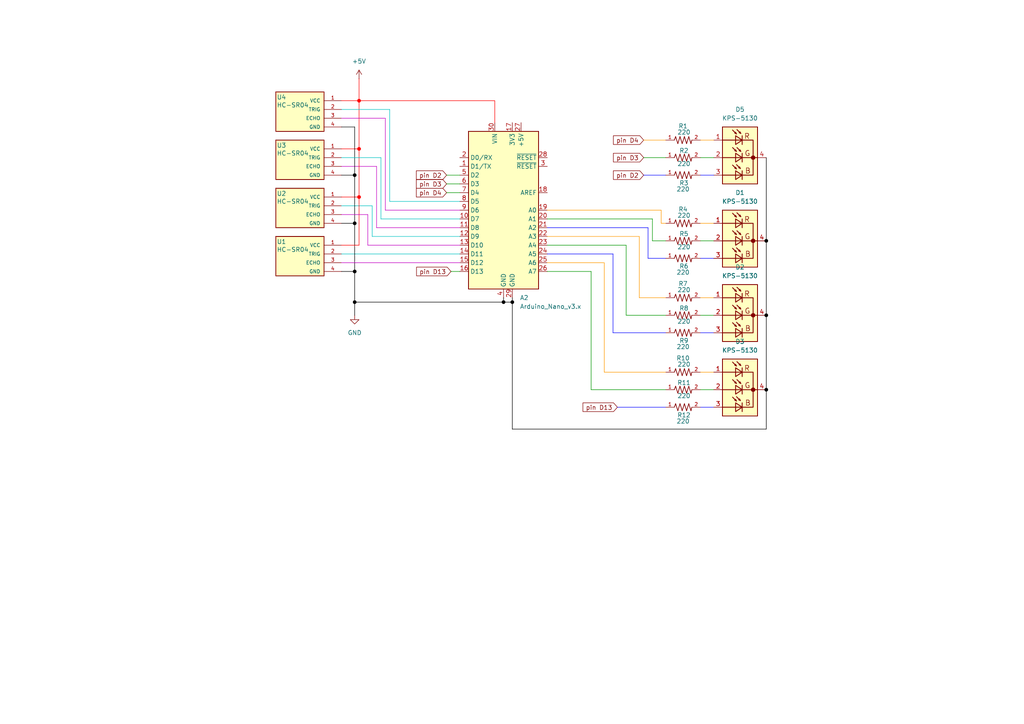
<source format=kicad_sch>
(kicad_sch
	(version 20231120)
	(generator "eeschema")
	(generator_version "8.0")
	(uuid "7fc2d2cb-8c0f-4b5e-8824-9f5162a079ee")
	(paper "A4")
	(lib_symbols
		(symbol "3-1676480-4_1"
			(pin_names
				(offset 1.016)
			)
			(exclude_from_sim no)
			(in_bom yes)
			(on_board yes)
			(property "Reference" "R3"
				(at 0.254 2.032 0)
				(effects
					(font
						(size 1.27 1.27)
					)
				)
			)
			(property "Value" "220"
				(at 0.254 -1.778 0)
				(effects
					(font
						(size 1.27 1.27)
					)
				)
			)
			(property "Footprint" "3-1676480-4:RESC1005X35N_3-1676480-4"
				(at 0 0 0)
				(effects
					(font
						(size 1.27 1.27)
					)
					(justify bottom)
					(hide yes)
				)
			)
			(property "Datasheet" ""
				(at 0 0 0)
				(effects
					(font
						(size 1.27 1.27)
					)
					(hide yes)
				)
			)
			(property "Description" ""
				(at 0 0 0)
				(effects
					(font
						(size 1.27 1.27)
					)
					(hide yes)
				)
			)
			(property "Comment" "3-1676480-4"
				(at 0 0 0)
				(effects
					(font
						(size 1.27 1.27)
					)
					(justify bottom)
					(hide yes)
				)
			)
			(property "MF" "TE Connectivity"
				(at 0 0 0)
				(effects
					(font
						(size 1.27 1.27)
					)
					(justify bottom)
					(hide yes)
				)
			)
			(property "Power_Rating" ".063 W"
				(at 0 0 0)
				(effects
					(font
						(size 1.27 1.27)
					)
					(justify bottom)
					(hide yes)
				)
			)
			(property "Package" "0402"
				(at 0 0 0)
				(effects
					(font
						(size 1.27 1.27)
					)
					(justify bottom)
					(hide yes)
				)
			)
			(property "Price" "None"
				(at 0 0 0)
				(effects
					(font
						(size 1.27 1.27)
					)
					(justify bottom)
					(hide yes)
				)
			)
			(property "Check_prices" "https://www.snapeda.com/parts/3-1676480-4/TE+Connectivity/view-part/?ref=eda"
				(at 0 0 0)
				(effects
					(font
						(size 1.27 1.27)
					)
					(justify bottom)
					(hide yes)
				)
			)
			(property "Resistance" "220"
				(at 0 0 0)
				(effects
					(font
						(size 1.27 1.27)
					)
					(justify bottom)
					(hide yes)
				)
			)
			(property "SnapEDA_Link" "https://www.snapeda.com/parts/3-1676480-4/TE+Connectivity/view-part/?ref=snap"
				(at 0 0 0)
				(effects
					(font
						(size 1.27 1.27)
					)
					(justify bottom)
					(hide yes)
				)
			)
			(property "MP" "3-1676480-4"
				(at 0 0 0)
				(effects
					(font
						(size 1.27 1.27)
					)
					(justify bottom)
					(hide yes)
				)
			)
			(property "Voltage_Rating" "50 V"
				(at 0 0 0)
				(effects
					(font
						(size 1.27 1.27)
					)
					(justify bottom)
					(hide yes)
				)
			)
			(property "EU_RoHS_Compliance" "Compliant with Exemptions"
				(at 0 0 0)
				(effects
					(font
						(size 1.27 1.27)
					)
					(justify bottom)
					(hide yes)
				)
			)
			(property "Tolerance" "1%"
				(at 0 0 0)
				(effects
					(font
						(size 1.27 1.27)
					)
					(justify bottom)
					(hide yes)
				)
			)
			(property "Availability" "In Stock"
				(at 0 0 0)
				(effects
					(font
						(size 1.27 1.27)
					)
					(justify bottom)
					(hide yes)
				)
			)
			(property "Description_1" "\n220 Ohms ±1% 0.063W, 1/16W Chip Resistor 0402 (1005 Metric) - Thick Film\n"
				(at 0 0 0)
				(effects
					(font
						(size 1.27 1.27)
					)
					(justify bottom)
					(hide yes)
				)
			)
			(symbol "3-1676480-4_1_0_0"
				(polyline
					(pts
						(xy -2.54 0) (xy -2.159 1.016)
					)
					(stroke
						(width 0.2032)
						(type default)
					)
					(fill
						(type none)
					)
				)
				(polyline
					(pts
						(xy -2.159 1.016) (xy -1.524 -1.016)
					)
					(stroke
						(width 0.2032)
						(type default)
					)
					(fill
						(type none)
					)
				)
				(polyline
					(pts
						(xy -1.524 -1.016) (xy -0.889 1.016)
					)
					(stroke
						(width 0.2032)
						(type default)
					)
					(fill
						(type none)
					)
				)
				(polyline
					(pts
						(xy -0.889 1.016) (xy -0.254 -1.016)
					)
					(stroke
						(width 0.2032)
						(type default)
					)
					(fill
						(type none)
					)
				)
				(polyline
					(pts
						(xy -0.254 -1.016) (xy 0.381 1.016)
					)
					(stroke
						(width 0.2032)
						(type default)
					)
					(fill
						(type none)
					)
				)
				(polyline
					(pts
						(xy 0.381 1.016) (xy 1.016 -1.016)
					)
					(stroke
						(width 0.2032)
						(type default)
					)
					(fill
						(type none)
					)
				)
				(polyline
					(pts
						(xy 1.016 -1.016) (xy 1.651 1.016)
					)
					(stroke
						(width 0.2032)
						(type default)
					)
					(fill
						(type none)
					)
				)
				(polyline
					(pts
						(xy 1.651 1.016) (xy 2.286 -1.016)
					)
					(stroke
						(width 0.2032)
						(type default)
					)
					(fill
						(type none)
					)
				)
				(polyline
					(pts
						(xy 2.286 -1.016) (xy 2.54 0)
					)
					(stroke
						(width 0.2032)
						(type default)
					)
					(fill
						(type none)
					)
				)
				(pin passive line
					(at -5.08 0 0)
					(length 2.54)
					(name "~"
						(effects
							(font
								(size 1.016 1.016)
							)
						)
					)
					(number "1"
						(effects
							(font
								(size 1.016 1.016)
							)
						)
					)
				)
				(pin passive line
					(at 5.08 0 180)
					(length 2.54)
					(name "~"
						(effects
							(font
								(size 1.016 1.016)
							)
						)
					)
					(number "2"
						(effects
							(font
								(size 1.016 1.016)
							)
						)
					)
				)
			)
		)
		(symbol "HC-SR04_2"
			(pin_names
				(offset 1.016)
			)
			(exclude_from_sim no)
			(in_bom yes)
			(on_board yes)
			(property "Reference" "U1"
				(at -13.716 3.556 0)
				(effects
					(font
						(size 1.27 1.27)
					)
					(justify left)
				)
			)
			(property "Value" "HC-SR04"
				(at -13.716 1.27 0)
				(effects
					(font
						(size 1.27 1.27)
					)
					(justify left)
				)
			)
			(property "Footprint" "HC-SR04:XCVR_HC-SR04"
				(at 0 0 0)
				(effects
					(font
						(size 1.27 1.27)
					)
					(justify bottom)
					(hide yes)
				)
			)
			(property "Datasheet" ""
				(at 5.08 0 0)
				(effects
					(font
						(size 1.27 1.27)
					)
					(hide yes)
				)
			)
			(property "Description" ""
				(at 5.08 0 0)
				(effects
					(font
						(size 1.27 1.27)
					)
					(hide yes)
				)
			)
			(property "MF" "SparkFun Electronics"
				(at 0 0 0)
				(effects
					(font
						(size 1.27 1.27)
					)
					(justify bottom)
					(hide yes)
				)
			)
			(property "Description_1" "\nHC-SR04 Ultrasonic Sensor Qwiic Platform Evaluation Expansion Board\n"
				(at 0 0 0)
				(effects
					(font
						(size 1.27 1.27)
					)
					(justify bottom)
					(hide yes)
				)
			)
			(property "Package" "None"
				(at 5.08 0 0)
				(effects
					(font
						(size 1.27 1.27)
					)
					(justify bottom)
					(hide yes)
				)
			)
			(property "Price" "None"
				(at 5.08 0 0)
				(effects
					(font
						(size 1.27 1.27)
					)
					(justify bottom)
					(hide yes)
				)
			)
			(property "Check_prices" "https://www.snapeda.com/parts/HC-SR04/SparkFun+Electronics/view-part/?ref=eda"
				(at 0 0 0)
				(effects
					(font
						(size 1.27 1.27)
					)
					(justify bottom)
					(hide yes)
				)
			)
			(property "SnapEDA_Link" "https://www.snapeda.com/parts/HC-SR04/SparkFun+Electronics/view-part/?ref=snap"
				(at 0 0 0)
				(effects
					(font
						(size 1.27 1.27)
					)
					(justify bottom)
					(hide yes)
				)
			)
			(property "MP" "HC-SR04"
				(at 5.08 0 0)
				(effects
					(font
						(size 1.27 1.27)
					)
					(justify bottom)
					(hide yes)
				)
			)
			(property "Availability" "Not in stock"
				(at 0 0 0)
				(effects
					(font
						(size 1.27 1.27)
					)
					(justify bottom)
					(hide yes)
				)
			)
			(property "MANUFACTURER" "Osepp"
				(at 5.08 0 0)
				(effects
					(font
						(size 1.27 1.27)
					)
					(justify bottom)
					(hide yes)
				)
			)
			(symbol "HC-SR04_2_0_0"
				(rectangle
					(start -13.97 5.08)
					(end 0 -6.35)
					(stroke
						(width 0.254)
						(type default)
					)
					(fill
						(type background)
					)
				)
				(pin power_in line
					(at 5.08 2.54 180)
					(length 5.08)
					(name "VCC"
						(effects
							(font
								(size 1.016 1.016)
							)
						)
					)
					(number "1"
						(effects
							(font
								(size 1.016 1.016)
							)
						)
					)
				)
				(pin bidirectional line
					(at 5.08 0 180)
					(length 5.08)
					(name "TRIG"
						(effects
							(font
								(size 1.016 1.016)
							)
						)
					)
					(number "2"
						(effects
							(font
								(size 1.016 1.016)
							)
						)
					)
				)
				(pin bidirectional line
					(at 5.08 -2.54 180)
					(length 5.08)
					(name "ECHO"
						(effects
							(font
								(size 1.016 1.016)
							)
						)
					)
					(number "3"
						(effects
							(font
								(size 1.016 1.016)
							)
						)
					)
				)
				(pin power_in line
					(at 5.08 -5.08 180)
					(length 5.08)
					(name "GND"
						(effects
							(font
								(size 1.016 1.016)
							)
						)
					)
					(number "4"
						(effects
							(font
								(size 1.016 1.016)
							)
						)
					)
				)
			)
		)
		(symbol "MCU_Module:Arduino_Nano_v3.x"
			(exclude_from_sim no)
			(in_bom yes)
			(on_board yes)
			(property "Reference" "A"
				(at -10.16 23.495 0)
				(effects
					(font
						(size 1.27 1.27)
					)
					(justify left bottom)
				)
			)
			(property "Value" "Arduino_Nano_v3.x"
				(at 5.08 -24.13 0)
				(effects
					(font
						(size 1.27 1.27)
					)
					(justify left top)
				)
			)
			(property "Footprint" "Module:Arduino_Nano"
				(at 0 0 0)
				(effects
					(font
						(size 1.27 1.27)
						(italic yes)
					)
					(hide yes)
				)
			)
			(property "Datasheet" "http://www.mouser.com/pdfdocs/Gravitech_Arduino_Nano3_0.pdf"
				(at 0 0 0)
				(effects
					(font
						(size 1.27 1.27)
					)
					(hide yes)
				)
			)
			(property "Description" "Arduino Nano v3.x"
				(at 0 0 0)
				(effects
					(font
						(size 1.27 1.27)
					)
					(hide yes)
				)
			)
			(property "ki_keywords" "Arduino nano microcontroller module USB"
				(at 0 0 0)
				(effects
					(font
						(size 1.27 1.27)
					)
					(hide yes)
				)
			)
			(property "ki_fp_filters" "Arduino*Nano*"
				(at 0 0 0)
				(effects
					(font
						(size 1.27 1.27)
					)
					(hide yes)
				)
			)
			(symbol "Arduino_Nano_v3.x_0_1"
				(rectangle
					(start -10.16 22.86)
					(end 10.16 -22.86)
					(stroke
						(width 0.254)
						(type default)
					)
					(fill
						(type background)
					)
				)
			)
			(symbol "Arduino_Nano_v3.x_1_1"
				(pin bidirectional line
					(at -12.7 12.7 0)
					(length 2.54)
					(name "D1/TX"
						(effects
							(font
								(size 1.27 1.27)
							)
						)
					)
					(number "1"
						(effects
							(font
								(size 1.27 1.27)
							)
						)
					)
				)
				(pin bidirectional line
					(at -12.7 -2.54 0)
					(length 2.54)
					(name "D7"
						(effects
							(font
								(size 1.27 1.27)
							)
						)
					)
					(number "10"
						(effects
							(font
								(size 1.27 1.27)
							)
						)
					)
				)
				(pin bidirectional line
					(at -12.7 -5.08 0)
					(length 2.54)
					(name "D8"
						(effects
							(font
								(size 1.27 1.27)
							)
						)
					)
					(number "11"
						(effects
							(font
								(size 1.27 1.27)
							)
						)
					)
				)
				(pin bidirectional line
					(at -12.7 -7.62 0)
					(length 2.54)
					(name "D9"
						(effects
							(font
								(size 1.27 1.27)
							)
						)
					)
					(number "12"
						(effects
							(font
								(size 1.27 1.27)
							)
						)
					)
				)
				(pin bidirectional line
					(at -12.7 -10.16 0)
					(length 2.54)
					(name "D10"
						(effects
							(font
								(size 1.27 1.27)
							)
						)
					)
					(number "13"
						(effects
							(font
								(size 1.27 1.27)
							)
						)
					)
				)
				(pin bidirectional line
					(at -12.7 -12.7 0)
					(length 2.54)
					(name "D11"
						(effects
							(font
								(size 1.27 1.27)
							)
						)
					)
					(number "14"
						(effects
							(font
								(size 1.27 1.27)
							)
						)
					)
				)
				(pin bidirectional line
					(at -12.7 -15.24 0)
					(length 2.54)
					(name "D12"
						(effects
							(font
								(size 1.27 1.27)
							)
						)
					)
					(number "15"
						(effects
							(font
								(size 1.27 1.27)
							)
						)
					)
				)
				(pin bidirectional line
					(at -12.7 -17.78 0)
					(length 2.54)
					(name "D13"
						(effects
							(font
								(size 1.27 1.27)
							)
						)
					)
					(number "16"
						(effects
							(font
								(size 1.27 1.27)
							)
						)
					)
				)
				(pin power_out line
					(at 2.54 25.4 270)
					(length 2.54)
					(name "3V3"
						(effects
							(font
								(size 1.27 1.27)
							)
						)
					)
					(number "17"
						(effects
							(font
								(size 1.27 1.27)
							)
						)
					)
				)
				(pin input line
					(at 12.7 5.08 180)
					(length 2.54)
					(name "AREF"
						(effects
							(font
								(size 1.27 1.27)
							)
						)
					)
					(number "18"
						(effects
							(font
								(size 1.27 1.27)
							)
						)
					)
				)
				(pin bidirectional line
					(at 12.7 0 180)
					(length 2.54)
					(name "A0"
						(effects
							(font
								(size 1.27 1.27)
							)
						)
					)
					(number "19"
						(effects
							(font
								(size 1.27 1.27)
							)
						)
					)
				)
				(pin bidirectional line
					(at -12.7 15.24 0)
					(length 2.54)
					(name "D0/RX"
						(effects
							(font
								(size 1.27 1.27)
							)
						)
					)
					(number "2"
						(effects
							(font
								(size 1.27 1.27)
							)
						)
					)
				)
				(pin bidirectional line
					(at 12.7 -2.54 180)
					(length 2.54)
					(name "A1"
						(effects
							(font
								(size 1.27 1.27)
							)
						)
					)
					(number "20"
						(effects
							(font
								(size 1.27 1.27)
							)
						)
					)
				)
				(pin bidirectional line
					(at 12.7 -5.08 180)
					(length 2.54)
					(name "A2"
						(effects
							(font
								(size 1.27 1.27)
							)
						)
					)
					(number "21"
						(effects
							(font
								(size 1.27 1.27)
							)
						)
					)
				)
				(pin bidirectional line
					(at 12.7 -7.62 180)
					(length 2.54)
					(name "A3"
						(effects
							(font
								(size 1.27 1.27)
							)
						)
					)
					(number "22"
						(effects
							(font
								(size 1.27 1.27)
							)
						)
					)
				)
				(pin bidirectional line
					(at 12.7 -10.16 180)
					(length 2.54)
					(name "A4"
						(effects
							(font
								(size 1.27 1.27)
							)
						)
					)
					(number "23"
						(effects
							(font
								(size 1.27 1.27)
							)
						)
					)
				)
				(pin bidirectional line
					(at 12.7 -12.7 180)
					(length 2.54)
					(name "A5"
						(effects
							(font
								(size 1.27 1.27)
							)
						)
					)
					(number "24"
						(effects
							(font
								(size 1.27 1.27)
							)
						)
					)
				)
				(pin bidirectional line
					(at 12.7 -15.24 180)
					(length 2.54)
					(name "A6"
						(effects
							(font
								(size 1.27 1.27)
							)
						)
					)
					(number "25"
						(effects
							(font
								(size 1.27 1.27)
							)
						)
					)
				)
				(pin bidirectional line
					(at 12.7 -17.78 180)
					(length 2.54)
					(name "A7"
						(effects
							(font
								(size 1.27 1.27)
							)
						)
					)
					(number "26"
						(effects
							(font
								(size 1.27 1.27)
							)
						)
					)
				)
				(pin power_out line
					(at 5.08 25.4 270)
					(length 2.54)
					(name "+5V"
						(effects
							(font
								(size 1.27 1.27)
							)
						)
					)
					(number "27"
						(effects
							(font
								(size 1.27 1.27)
							)
						)
					)
				)
				(pin input line
					(at 12.7 15.24 180)
					(length 2.54)
					(name "~{RESET}"
						(effects
							(font
								(size 1.27 1.27)
							)
						)
					)
					(number "28"
						(effects
							(font
								(size 1.27 1.27)
							)
						)
					)
				)
				(pin power_in line
					(at 2.54 -25.4 90)
					(length 2.54)
					(name "GND"
						(effects
							(font
								(size 1.27 1.27)
							)
						)
					)
					(number "29"
						(effects
							(font
								(size 1.27 1.27)
							)
						)
					)
				)
				(pin input line
					(at 12.7 12.7 180)
					(length 2.54)
					(name "~{RESET}"
						(effects
							(font
								(size 1.27 1.27)
							)
						)
					)
					(number "3"
						(effects
							(font
								(size 1.27 1.27)
							)
						)
					)
				)
				(pin power_in line
					(at -2.54 25.4 270)
					(length 2.54)
					(name "VIN"
						(effects
							(font
								(size 1.27 1.27)
							)
						)
					)
					(number "30"
						(effects
							(font
								(size 1.27 1.27)
							)
						)
					)
				)
				(pin power_in line
					(at 0 -25.4 90)
					(length 2.54)
					(name "GND"
						(effects
							(font
								(size 1.27 1.27)
							)
						)
					)
					(number "4"
						(effects
							(font
								(size 1.27 1.27)
							)
						)
					)
				)
				(pin bidirectional line
					(at -12.7 10.16 0)
					(length 2.54)
					(name "D2"
						(effects
							(font
								(size 1.27 1.27)
							)
						)
					)
					(number "5"
						(effects
							(font
								(size 1.27 1.27)
							)
						)
					)
				)
				(pin bidirectional line
					(at -12.7 7.62 0)
					(length 2.54)
					(name "D3"
						(effects
							(font
								(size 1.27 1.27)
							)
						)
					)
					(number "6"
						(effects
							(font
								(size 1.27 1.27)
							)
						)
					)
				)
				(pin bidirectional line
					(at -12.7 5.08 0)
					(length 2.54)
					(name "D4"
						(effects
							(font
								(size 1.27 1.27)
							)
						)
					)
					(number "7"
						(effects
							(font
								(size 1.27 1.27)
							)
						)
					)
				)
				(pin bidirectional line
					(at -12.7 2.54 0)
					(length 2.54)
					(name "D5"
						(effects
							(font
								(size 1.27 1.27)
							)
						)
					)
					(number "8"
						(effects
							(font
								(size 1.27 1.27)
							)
						)
					)
				)
				(pin bidirectional line
					(at -12.7 0 0)
					(length 2.54)
					(name "D6"
						(effects
							(font
								(size 1.27 1.27)
							)
						)
					)
					(number "9"
						(effects
							(font
								(size 1.27 1.27)
							)
						)
					)
				)
			)
		)
		(symbol "Sensor_Optical:KPS-5130"
			(pin_names hide)
			(exclude_from_sim no)
			(in_bom yes)
			(on_board yes)
			(property "Reference" "D"
				(at -4.064 10.16 0)
				(effects
					(font
						(size 1.27 1.27)
					)
				)
			)
			(property "Value" "KPS-5130"
				(at 0 -8.89 0)
				(effects
					(font
						(size 1.27 1.27)
					)
				)
			)
			(property "Footprint" "OptoDevice:Kingbright_KPS-5130"
				(at 0 -11.43 0)
				(effects
					(font
						(size 1.27 1.27)
					)
					(hide yes)
				)
			)
			(property "Datasheet" "https://www.kingbright.com/attachments/file/psearch/000/00/20160808bak/KPS-5130PD7C(Ver.13).pdf"
				(at -1.27 0 0)
				(effects
					(font
						(size 1.27 1.27)
					)
					(hide yes)
				)
			)
			(property "Description" "RGB Colour Sensor, KPS-5130"
				(at 0 0 0)
				(effects
					(font
						(size 1.27 1.27)
					)
					(hide yes)
				)
			)
			(property "ki_keywords" "opto photodiode RGB colour sensor"
				(at 0 0 0)
				(effects
					(font
						(size 1.27 1.27)
					)
					(hide yes)
				)
			)
			(property "ki_fp_filters" "Kingbright*KPS?5130*"
				(at 0 0 0)
				(effects
					(font
						(size 1.27 1.27)
					)
					(hide yes)
				)
			)
			(symbol "KPS-5130_0_0"
				(text "B"
					(at 2.286 -3.81 0)
					(effects
						(font
							(size 1.524 1.524)
						)
					)
				)
				(text "G"
					(at 2.159 1.27 0)
					(effects
						(font
							(size 1.524 1.524)
						)
					)
				)
				(text "R"
					(at 2.032 6.223 0)
					(effects
						(font
							(size 1.524 1.524)
						)
					)
				)
			)
			(symbol "KPS-5130_0_1"
				(polyline
					(pts
						(xy 5.08 0) (xy -5.08 0)
					)
					(stroke
						(width 0.254)
						(type default)
					)
					(fill
						(type none)
					)
				)
				(polyline
					(pts
						(xy -5.08 5.08) (xy 3.81 5.08) (xy 3.81 -5.08) (xy -5.08 -5.08)
					)
					(stroke
						(width 0.254)
						(type default)
					)
					(fill
						(type none)
					)
				)
				(polyline
					(pts
						(xy -2.159 -2.159) (xy -1.016 -3.302) (xy -1.27 -2.794) (xy -1.524 -3.048) (xy -1.016 -3.302)
					)
					(stroke
						(width 0.254)
						(type default)
					)
					(fill
						(type none)
					)
				)
				(polyline
					(pts
						(xy -2.159 2.921) (xy -1.016 1.778) (xy -1.27 2.286) (xy -1.524 2.032) (xy -1.016 1.778)
					)
					(stroke
						(width 0.254)
						(type default)
					)
					(fill
						(type none)
					)
				)
				(polyline
					(pts
						(xy -2.159 8.001) (xy -1.016 6.858) (xy -1.27 7.366) (xy -1.524 7.112) (xy -1.016 6.858)
					)
					(stroke
						(width 0.254)
						(type default)
					)
					(fill
						(type none)
					)
				)
				(polyline
					(pts
						(xy -1.016 -2.032) (xy 0.127 -3.175) (xy -0.127 -2.667) (xy -0.381 -2.921) (xy 0.127 -3.175)
					)
					(stroke
						(width 0.254)
						(type default)
					)
					(fill
						(type none)
					)
				)
				(polyline
					(pts
						(xy -0.889 2.921) (xy 0.254 1.778) (xy 0 2.286) (xy -0.254 2.032) (xy 0.254 1.778)
					)
					(stroke
						(width 0.254)
						(type default)
					)
					(fill
						(type none)
					)
				)
				(polyline
					(pts
						(xy -0.889 8.128) (xy 0.254 6.985) (xy 0 7.493) (xy -0.254 7.239) (xy 0.254 6.985)
					)
					(stroke
						(width 0.254)
						(type default)
					)
					(fill
						(type none)
					)
				)
				(polyline
					(pts
						(xy 0.635 -3.81) (xy 0.635 -6.35) (xy 0.635 -5.08) (xy -1.27 -3.81) (xy -1.27 -6.35) (xy 0.635 -5.08)
					)
					(stroke
						(width 0.254)
						(type default)
					)
					(fill
						(type none)
					)
				)
				(polyline
					(pts
						(xy 0.635 1.27) (xy 0.635 -1.27) (xy 0.635 0) (xy -1.27 1.27) (xy -1.27 -1.27) (xy 0.635 0)
					)
					(stroke
						(width 0.254)
						(type default)
					)
					(fill
						(type none)
					)
				)
				(polyline
					(pts
						(xy 0.635 6.35) (xy 0.635 3.81) (xy 0.635 5.08) (xy -1.27 6.35) (xy -1.27 3.81) (xy 0.635 5.08)
					)
					(stroke
						(width 0.254)
						(type default)
					)
					(fill
						(type none)
					)
				)
				(circle
					(center 3.81 0)
					(radius 0.508)
					(stroke
						(width 0.254)
						(type default)
					)
					(fill
						(type outline)
					)
				)
			)
			(symbol "KPS-5130_1_1"
				(rectangle
					(start 5.08 8.89)
					(end -5.08 -7.62)
					(stroke
						(width 0.254)
						(type default)
					)
					(fill
						(type background)
					)
				)
				(pin passive line
					(at -7.62 5.08 0)
					(length 2.54)
					(name "AR"
						(effects
							(font
								(size 1.27 1.27)
							)
						)
					)
					(number "1"
						(effects
							(font
								(size 1.27 1.27)
							)
						)
					)
				)
				(pin passive line
					(at -7.62 0 0)
					(length 2.54)
					(name "AG"
						(effects
							(font
								(size 1.27 1.27)
							)
						)
					)
					(number "2"
						(effects
							(font
								(size 1.27 1.27)
							)
						)
					)
				)
				(pin passive line
					(at -7.62 -5.08 0)
					(length 2.54)
					(name "AB"
						(effects
							(font
								(size 1.27 1.27)
							)
						)
					)
					(number "3"
						(effects
							(font
								(size 1.27 1.27)
							)
						)
					)
				)
				(pin passive line
					(at 7.62 0 180)
					(length 2.54)
					(name "C"
						(effects
							(font
								(size 1.27 1.27)
							)
						)
					)
					(number "4"
						(effects
							(font
								(size 1.27 1.27)
							)
						)
					)
				)
			)
		)
		(symbol "power:+5V"
			(power)
			(pin_numbers hide)
			(pin_names
				(offset 0) hide)
			(exclude_from_sim no)
			(in_bom yes)
			(on_board yes)
			(property "Reference" "#PWR"
				(at 0 -3.81 0)
				(effects
					(font
						(size 1.27 1.27)
					)
					(hide yes)
				)
			)
			(property "Value" "+5V"
				(at 0 3.556 0)
				(effects
					(font
						(size 1.27 1.27)
					)
				)
			)
			(property "Footprint" ""
				(at 0 0 0)
				(effects
					(font
						(size 1.27 1.27)
					)
					(hide yes)
				)
			)
			(property "Datasheet" ""
				(at 0 0 0)
				(effects
					(font
						(size 1.27 1.27)
					)
					(hide yes)
				)
			)
			(property "Description" "Power symbol creates a global label with name \"+5V\""
				(at 0 0 0)
				(effects
					(font
						(size 1.27 1.27)
					)
					(hide yes)
				)
			)
			(property "ki_keywords" "global power"
				(at 0 0 0)
				(effects
					(font
						(size 1.27 1.27)
					)
					(hide yes)
				)
			)
			(symbol "+5V_0_1"
				(polyline
					(pts
						(xy -0.762 1.27) (xy 0 2.54)
					)
					(stroke
						(width 0)
						(type default)
					)
					(fill
						(type none)
					)
				)
				(polyline
					(pts
						(xy 0 0) (xy 0 2.54)
					)
					(stroke
						(width 0)
						(type default)
					)
					(fill
						(type none)
					)
				)
				(polyline
					(pts
						(xy 0 2.54) (xy 0.762 1.27)
					)
					(stroke
						(width 0)
						(type default)
					)
					(fill
						(type none)
					)
				)
			)
			(symbol "+5V_1_1"
				(pin power_in line
					(at 0 0 90)
					(length 0)
					(name "~"
						(effects
							(font
								(size 1.27 1.27)
							)
						)
					)
					(number "1"
						(effects
							(font
								(size 1.27 1.27)
							)
						)
					)
				)
			)
		)
		(symbol "power:GND"
			(power)
			(pin_numbers hide)
			(pin_names
				(offset 0) hide)
			(exclude_from_sim no)
			(in_bom yes)
			(on_board yes)
			(property "Reference" "#PWR"
				(at 0 -6.35 0)
				(effects
					(font
						(size 1.27 1.27)
					)
					(hide yes)
				)
			)
			(property "Value" "GND"
				(at 0 -3.81 0)
				(effects
					(font
						(size 1.27 1.27)
					)
				)
			)
			(property "Footprint" ""
				(at 0 0 0)
				(effects
					(font
						(size 1.27 1.27)
					)
					(hide yes)
				)
			)
			(property "Datasheet" ""
				(at 0 0 0)
				(effects
					(font
						(size 1.27 1.27)
					)
					(hide yes)
				)
			)
			(property "Description" "Power symbol creates a global label with name \"GND\" , ground"
				(at 0 0 0)
				(effects
					(font
						(size 1.27 1.27)
					)
					(hide yes)
				)
			)
			(property "ki_keywords" "global power"
				(at 0 0 0)
				(effects
					(font
						(size 1.27 1.27)
					)
					(hide yes)
				)
			)
			(symbol "GND_0_1"
				(polyline
					(pts
						(xy 0 0) (xy 0 -1.27) (xy 1.27 -1.27) (xy 0 -2.54) (xy -1.27 -1.27) (xy 0 -1.27)
					)
					(stroke
						(width 0)
						(type default)
					)
					(fill
						(type none)
					)
				)
			)
			(symbol "GND_1_1"
				(pin power_in line
					(at 0 0 270)
					(length 0)
					(name "~"
						(effects
							(font
								(size 1.27 1.27)
							)
						)
					)
					(number "1"
						(effects
							(font
								(size 1.27 1.27)
							)
						)
					)
				)
			)
		)
	)
	(junction
		(at 102.87 87.63)
		(diameter 0)
		(color 0 0 0 1)
		(uuid "5bd1effd-51c0-4599-8dfc-2f6783cf845e")
	)
	(junction
		(at 222.25 113.03)
		(diameter 0)
		(color 0 0 0 1)
		(uuid "5ca466b0-e7c2-4e3d-9f1d-a81cb2d91920")
	)
	(junction
		(at 222.25 91.44)
		(diameter 0)
		(color 0 0 0 1)
		(uuid "725ab263-db79-4c3b-9b63-59af2cb2a0cd")
	)
	(junction
		(at 146.05 87.63)
		(diameter 0)
		(color 0 0 0 1)
		(uuid "829a2ebd-f938-4700-92a3-6116d6ffde6a")
	)
	(junction
		(at 222.25 69.85)
		(diameter 0)
		(color 0 0 0 1)
		(uuid "8799d8f2-a327-4e2d-962e-dab51f855f2e")
	)
	(junction
		(at 148.59 87.63)
		(diameter 0)
		(color 0 0 0 1)
		(uuid "8a35a4bd-e827-4f24-9ff1-a40a0c9d3c39")
	)
	(junction
		(at 104.14 29.21)
		(diameter 0)
		(color 255 0 0 1)
		(uuid "a22edcc6-85af-4d51-8162-de58be2a7fff")
	)
	(junction
		(at 102.87 78.74)
		(diameter 0)
		(color 0 0 0 1)
		(uuid "ac71a12b-7ad1-4d3a-8a9d-a43eb3dc7ef6")
	)
	(junction
		(at 104.14 43.18)
		(diameter 0)
		(color 255 0 0 1)
		(uuid "cd937cb5-e6e0-43ff-b8da-ae5a14f146e2")
	)
	(junction
		(at 102.87 50.8)
		(diameter 0)
		(color 0 0 0 1)
		(uuid "ce98ccff-5dd5-47ac-8bb0-c1f5064d2e81")
	)
	(junction
		(at 102.87 64.77)
		(diameter 0)
		(color 0 0 0 1)
		(uuid "ef6d304c-25fb-4fe3-9794-cdbebfafcbe9")
	)
	(junction
		(at 104.14 57.15)
		(diameter 0)
		(color 255 0 0 1)
		(uuid "f8311bc0-4c57-4298-a8aa-9b5c7ba886a0")
	)
	(wire
		(pts
			(xy 99.06 76.2) (xy 133.35 76.2)
		)
		(stroke
			(width 0)
			(type default)
			(color 194 0 194 1)
		)
		(uuid "004c4cf9-22a8-4632-86ec-4b9e82903021")
	)
	(wire
		(pts
			(xy 187.96 66.04) (xy 158.75 66.04)
		)
		(stroke
			(width 0)
			(type default)
			(color 0 0 255 1)
		)
		(uuid "02accd2a-202d-4f21-baa7-fe6f9dbf4123")
	)
	(wire
		(pts
			(xy 203.2 96.52) (xy 207.01 96.52)
		)
		(stroke
			(width 0)
			(type default)
			(color 0 0 255 1)
		)
		(uuid "04805e06-7c99-40c4-a73c-e340910c55d8")
	)
	(wire
		(pts
			(xy 129.54 50.8) (xy 133.35 50.8)
		)
		(stroke
			(width 0)
			(type default)
		)
		(uuid "0555f2af-89c5-45b2-9f6d-fca395381478")
	)
	(wire
		(pts
			(xy 158.75 63.5) (xy 189.23 63.5)
		)
		(stroke
			(width 0)
			(type default)
		)
		(uuid "08712ddb-344b-42d8-abd1-e961346d5a8b")
	)
	(wire
		(pts
			(xy 109.22 66.04) (xy 133.35 66.04)
		)
		(stroke
			(width 0)
			(type default)
			(color 194 0 194 1)
		)
		(uuid "08e25d06-593f-4f04-87c2-98b1e429709a")
	)
	(wire
		(pts
			(xy 187.96 74.93) (xy 193.04 74.93)
		)
		(stroke
			(width 0)
			(type default)
			(color 0 0 255 1)
		)
		(uuid "0bc32f99-93a8-469e-8374-7487530b0f6b")
	)
	(wire
		(pts
			(xy 104.14 43.18) (xy 104.14 57.15)
		)
		(stroke
			(width 0)
			(type default)
			(color 255 0 0 1)
		)
		(uuid "0d50ff5e-d4c4-433f-a388-61e3026fdb57")
	)
	(wire
		(pts
			(xy 148.59 86.36) (xy 148.59 87.63)
		)
		(stroke
			(width 0)
			(type default)
			(color 0 0 0 1)
		)
		(uuid "15ab4af9-48ec-4fbe-95c7-47adab18293e")
	)
	(wire
		(pts
			(xy 177.8 73.66) (xy 158.75 73.66)
		)
		(stroke
			(width 0)
			(type default)
			(color 0 0 255 1)
		)
		(uuid "17a51acf-f994-451d-84ec-ae377474db18")
	)
	(wire
		(pts
			(xy 99.06 48.26) (xy 109.22 48.26)
		)
		(stroke
			(width 0)
			(type default)
			(color 194 0 194 1)
		)
		(uuid "185cf7ce-538c-49fc-87c8-eade6b12fefc")
	)
	(wire
		(pts
			(xy 158.75 68.58) (xy 185.42 68.58)
		)
		(stroke
			(width 0)
			(type default)
			(color 255 153 0 1)
		)
		(uuid "1f51ed8d-c223-4487-9f2a-d9f785fd6462")
	)
	(wire
		(pts
			(xy 99.06 29.21) (xy 104.14 29.21)
		)
		(stroke
			(width 0)
			(type default)
			(color 255 0 0 1)
		)
		(uuid "2081ee41-5d3e-4177-9d15-634bd7fcc688")
	)
	(wire
		(pts
			(xy 203.2 86.36) (xy 207.01 86.36)
		)
		(stroke
			(width 0)
			(type default)
			(color 255 153 0 1)
		)
		(uuid "22ec8c73-9848-4710-9c83-621a6d13a47f")
	)
	(wire
		(pts
			(xy 181.61 71.12) (xy 158.75 71.12)
		)
		(stroke
			(width 0)
			(type default)
		)
		(uuid "28bd58bb-e1c2-43bf-b8a9-5f8529970939")
	)
	(wire
		(pts
			(xy 146.05 87.63) (xy 146.05 86.36)
		)
		(stroke
			(width 0)
			(type default)
			(color 0 0 0 1)
		)
		(uuid "2bdc06ec-8ab2-4e0d-80eb-b928a2f6421d")
	)
	(wire
		(pts
			(xy 99.06 62.23) (xy 106.68 62.23)
		)
		(stroke
			(width 0)
			(type default)
			(color 194 0 194 1)
		)
		(uuid "2d720400-3bd0-4b79-b827-d5d93267977b")
	)
	(wire
		(pts
			(xy 99.06 64.77) (xy 102.87 64.77)
		)
		(stroke
			(width 0)
			(type default)
			(color 0 0 0 1)
		)
		(uuid "2eccd48d-287d-4ce7-92ab-09e2bd5a0406")
	)
	(wire
		(pts
			(xy 102.87 87.63) (xy 102.87 91.44)
		)
		(stroke
			(width 0)
			(type default)
			(color 0 0 0 1)
		)
		(uuid "34069bbe-ba71-4779-8e0b-1a4c4c32f6f4")
	)
	(wire
		(pts
			(xy 185.42 86.36) (xy 193.04 86.36)
		)
		(stroke
			(width 0)
			(type default)
			(color 255 153 0 1)
		)
		(uuid "3468a971-a6b4-4f5a-99c7-ecb97441ef6f")
	)
	(wire
		(pts
			(xy 102.87 87.63) (xy 146.05 87.63)
		)
		(stroke
			(width 0)
			(type default)
			(color 0 0 0 1)
		)
		(uuid "35496a15-9ff6-4f11-812c-22a8d3b164de")
	)
	(wire
		(pts
			(xy 106.68 71.12) (xy 133.35 71.12)
		)
		(stroke
			(width 0)
			(type default)
			(color 194 0 194 1)
		)
		(uuid "37d885e0-861d-45c9-8148-c7e455fd6c04")
	)
	(wire
		(pts
			(xy 110.49 63.5) (xy 110.49 45.72)
		)
		(stroke
			(width 0)
			(type default)
			(color 0 194 194 1)
		)
		(uuid "3ab52e7b-0039-4d91-b348-21577c910111")
	)
	(wire
		(pts
			(xy 99.06 71.12) (xy 104.14 71.12)
		)
		(stroke
			(width 0)
			(type default)
			(color 255 0 0 1)
		)
		(uuid "41a08e13-8867-478a-83ef-9f910ad832b5")
	)
	(wire
		(pts
			(xy 104.14 29.21) (xy 104.14 43.18)
		)
		(stroke
			(width 0)
			(type default)
			(color 255 0 0 1)
		)
		(uuid "48e3ddc2-6bcf-436a-acf8-9fbc508d136e")
	)
	(wire
		(pts
			(xy 99.06 78.74) (xy 102.87 78.74)
		)
		(stroke
			(width 0)
			(type default)
			(color 0 0 0 1)
		)
		(uuid "48e65fb8-b937-4376-bbf0-048cf8f7a740")
	)
	(wire
		(pts
			(xy 203.2 45.72) (xy 207.01 45.72)
		)
		(stroke
			(width 0)
			(type default)
		)
		(uuid "49255c2a-f82c-41f3-8748-87b5a6f52539")
	)
	(wire
		(pts
			(xy 109.22 48.26) (xy 109.22 66.04)
		)
		(stroke
			(width 0)
			(type default)
			(color 194 0 194 1)
		)
		(uuid "49e25462-aef6-4e38-b612-8557398a840c")
	)
	(wire
		(pts
			(xy 203.2 40.64) (xy 207.01 40.64)
		)
		(stroke
			(width 0)
			(type default)
			(color 255 153 0 1)
		)
		(uuid "4a91c701-e77f-4510-b7b4-57e03b92ffa0")
	)
	(wire
		(pts
			(xy 171.45 113.03) (xy 193.04 113.03)
		)
		(stroke
			(width 0)
			(type default)
		)
		(uuid "4b562ba2-5f46-4288-9e2f-5522c6631336")
	)
	(wire
		(pts
			(xy 130.81 78.74) (xy 133.35 78.74)
		)
		(stroke
			(width 0)
			(type default)
		)
		(uuid "4daa4f2c-5032-45b2-ada5-ba06f087f29d")
	)
	(wire
		(pts
			(xy 191.77 64.77) (xy 191.77 60.96)
		)
		(stroke
			(width 0)
			(type default)
			(color 255 153 0 1)
		)
		(uuid "5103c846-fabb-49f5-9bcc-16cf18d57f52")
	)
	(wire
		(pts
			(xy 148.59 124.46) (xy 148.59 87.63)
		)
		(stroke
			(width 0)
			(type default)
			(color 0 0 0 1)
		)
		(uuid "524f5435-e7bb-4a19-84c5-abca7ac3243b")
	)
	(wire
		(pts
			(xy 181.61 91.44) (xy 181.61 71.12)
		)
		(stroke
			(width 0)
			(type default)
		)
		(uuid "5472cf4b-82ea-476b-b11b-0ad53e98cf1f")
	)
	(wire
		(pts
			(xy 177.8 96.52) (xy 177.8 73.66)
		)
		(stroke
			(width 0)
			(type default)
			(color 0 0 255 1)
		)
		(uuid "590a219a-3466-468a-b539-c77e1c095e8f")
	)
	(wire
		(pts
			(xy 158.75 60.96) (xy 191.77 60.96)
		)
		(stroke
			(width 0)
			(type default)
			(color 255 153 0 1)
		)
		(uuid "5a35f1f6-79c8-45e1-a856-a588cd4049af")
	)
	(wire
		(pts
			(xy 158.75 76.2) (xy 175.26 76.2)
		)
		(stroke
			(width 0)
			(type default)
			(color 255 153 0 1)
		)
		(uuid "5c2c3154-f618-45f9-80e0-5115f3c4c208")
	)
	(wire
		(pts
			(xy 189.23 69.85) (xy 189.23 63.5)
		)
		(stroke
			(width 0)
			(type default)
		)
		(uuid "5c82a58f-42e1-4818-b217-f364342a7af3")
	)
	(wire
		(pts
			(xy 177.8 96.52) (xy 193.04 96.52)
		)
		(stroke
			(width 0)
			(type default)
			(color 0 0 255 1)
		)
		(uuid "6042c96a-733e-46c1-a92b-1e7e019a6a06")
	)
	(wire
		(pts
			(xy 187.96 74.93) (xy 187.96 66.04)
		)
		(stroke
			(width 0)
			(type default)
			(color 0 0 255 1)
		)
		(uuid "64204fdd-d292-45f5-980f-dc6176e36927")
	)
	(wire
		(pts
			(xy 186.69 40.64) (xy 193.04 40.64)
		)
		(stroke
			(width 0)
			(type default)
			(color 255 153 0 1)
		)
		(uuid "6434da4f-2d83-4336-b14e-66053a887a87")
	)
	(wire
		(pts
			(xy 203.2 69.85) (xy 207.01 69.85)
		)
		(stroke
			(width 0)
			(type default)
		)
		(uuid "64c2b542-a4a4-471b-aa59-8e3fe31784bc")
	)
	(wire
		(pts
			(xy 129.54 55.88) (xy 133.35 55.88)
		)
		(stroke
			(width 0)
			(type default)
		)
		(uuid "72bc4669-d7a7-4aab-9f98-bbd82f64fa42")
	)
	(wire
		(pts
			(xy 99.06 34.29) (xy 111.76 34.29)
		)
		(stroke
			(width 0)
			(type default)
			(color 194 0 194 1)
		)
		(uuid "7b7f37e3-ee02-440d-b7bd-dbc02732c837")
	)
	(wire
		(pts
			(xy 222.25 91.44) (xy 222.25 69.85)
		)
		(stroke
			(width 0)
			(type default)
			(color 0 0 0 1)
		)
		(uuid "7f67d186-2dc4-4828-87d3-e0a3d555baee")
	)
	(wire
		(pts
			(xy 186.69 45.72) (xy 193.04 45.72)
		)
		(stroke
			(width 0)
			(type default)
		)
		(uuid "7fc4cf3a-2905-41e5-a583-93c246f855d9")
	)
	(wire
		(pts
			(xy 99.06 36.83) (xy 102.87 36.83)
		)
		(stroke
			(width 0)
			(type default)
			(color 0 0 0 1)
		)
		(uuid "807ffa7a-0a3b-454b-a022-82eeea03c1f8")
	)
	(wire
		(pts
			(xy 222.25 113.03) (xy 222.25 91.44)
		)
		(stroke
			(width 0)
			(type default)
			(color 0 0 0 1)
		)
		(uuid "81b1727b-6d80-4a45-942b-c9d9eb8367cd")
	)
	(wire
		(pts
			(xy 203.2 118.11) (xy 207.01 118.11)
		)
		(stroke
			(width 0)
			(type default)
			(color 0 0 255 1)
		)
		(uuid "82fe2cf8-9440-45ad-b177-c48dfffd73bd")
	)
	(wire
		(pts
			(xy 171.45 78.74) (xy 158.75 78.74)
		)
		(stroke
			(width 0)
			(type default)
		)
		(uuid "87b605d6-6b96-4dd0-8e19-9e9e55f4af0f")
	)
	(wire
		(pts
			(xy 99.06 57.15) (xy 104.14 57.15)
		)
		(stroke
			(width 0)
			(type default)
			(color 255 0 0 1)
		)
		(uuid "89e65f8f-9e87-4c61-ac75-87cdbc9193de")
	)
	(wire
		(pts
			(xy 104.14 29.21) (xy 143.51 29.21)
		)
		(stroke
			(width 0)
			(type default)
			(color 255 0 0 1)
		)
		(uuid "9167a2dc-e2b8-4b7e-bf86-e91fe497295a")
	)
	(wire
		(pts
			(xy 175.26 107.95) (xy 193.04 107.95)
		)
		(stroke
			(width 0)
			(type default)
			(color 255 153 0 1)
		)
		(uuid "95071eb1-0186-4fe3-96ba-7ebb93c281a6")
	)
	(wire
		(pts
			(xy 113.03 58.42) (xy 113.03 31.75)
		)
		(stroke
			(width 0)
			(type default)
			(color 0 194 194 1)
		)
		(uuid "97aaed74-0d8a-4140-a9ca-a48c9feb0c1e")
	)
	(wire
		(pts
			(xy 102.87 78.74) (xy 102.87 87.63)
		)
		(stroke
			(width 0)
			(type default)
			(color 0 0 0 1)
		)
		(uuid "9cfaa96e-6793-4375-b618-d2858d59d4dd")
	)
	(wire
		(pts
			(xy 99.06 31.75) (xy 113.03 31.75)
		)
		(stroke
			(width 0)
			(type default)
			(color 0 194 194 1)
		)
		(uuid "a1b8dbdc-671b-4ee0-a394-9e0755028869")
	)
	(wire
		(pts
			(xy 102.87 50.8) (xy 102.87 64.77)
		)
		(stroke
			(width 0)
			(type default)
			(color 0 0 0 1)
		)
		(uuid "a1e063b8-18f2-4a46-8884-29fefaa795b8")
	)
	(wire
		(pts
			(xy 99.06 50.8) (xy 102.87 50.8)
		)
		(stroke
			(width 0)
			(type default)
			(color 0 0 0 1)
		)
		(uuid "a21cf2f0-d022-4956-8b79-af98edbb4766")
	)
	(wire
		(pts
			(xy 203.2 74.93) (xy 207.01 74.93)
		)
		(stroke
			(width 0)
			(type default)
			(color 0 0 255 1)
		)
		(uuid "a74e4a33-9c73-4a54-b2a0-c954dc3ffc38")
	)
	(wire
		(pts
			(xy 222.25 124.46) (xy 222.25 113.03)
		)
		(stroke
			(width 0)
			(type default)
			(color 0 0 0 1)
		)
		(uuid "abe2f8d7-29a1-44d9-ba8d-8b9ac87e84e8")
	)
	(wire
		(pts
			(xy 107.95 59.69) (xy 99.06 59.69)
		)
		(stroke
			(width 0)
			(type default)
			(color 0 194 194 1)
		)
		(uuid "ac38ba6e-a6da-476c-ba52-fae5dc72cb26")
	)
	(wire
		(pts
			(xy 148.59 124.46) (xy 222.25 124.46)
		)
		(stroke
			(width 0)
			(type default)
			(color 0 0 0 1)
		)
		(uuid "ad508293-3518-4fa0-8357-0869ed93c1d4")
	)
	(wire
		(pts
			(xy 222.25 69.85) (xy 222.25 45.72)
		)
		(stroke
			(width 0)
			(type default)
			(color 0 0 0 1)
		)
		(uuid "ad81892b-87d1-4da7-a1d2-de9fccbc54ad")
	)
	(wire
		(pts
			(xy 203.2 107.95) (xy 207.01 107.95)
		)
		(stroke
			(width 0)
			(type default)
			(color 255 153 0 1)
		)
		(uuid "b3999ab8-9d0a-473d-b37f-a9c58727bdef")
	)
	(wire
		(pts
			(xy 189.23 69.85) (xy 193.04 69.85)
		)
		(stroke
			(width 0)
			(type default)
		)
		(uuid "b723ab46-569a-4eef-99ea-855278c2b860")
	)
	(wire
		(pts
			(xy 175.26 107.95) (xy 175.26 76.2)
		)
		(stroke
			(width 0)
			(type default)
			(color 255 153 0 1)
		)
		(uuid "b7bf76b4-93c7-4669-bde4-57b5a200743d")
	)
	(wire
		(pts
			(xy 111.76 60.96) (xy 111.76 34.29)
		)
		(stroke
			(width 0)
			(type default)
			(color 194 0 194 1)
		)
		(uuid "ba5e659a-d6f1-4dc8-b693-a07ece7eac7a")
	)
	(wire
		(pts
			(xy 203.2 50.8) (xy 207.01 50.8)
		)
		(stroke
			(width 0)
			(type default)
			(color 0 0 255 1)
		)
		(uuid "bb1ea441-bef5-46f4-8541-d16f11d0459e")
	)
	(wire
		(pts
			(xy 102.87 36.83) (xy 102.87 50.8)
		)
		(stroke
			(width 0)
			(type default)
			(color 0 0 0 1)
		)
		(uuid "bda87409-fa79-4fd9-8290-09973d2c5dc3")
	)
	(wire
		(pts
			(xy 148.59 87.63) (xy 146.05 87.63)
		)
		(stroke
			(width 0)
			(type default)
			(color 0 0 0 1)
		)
		(uuid "bf7bd069-ad09-4525-9f21-6023c8d1951f")
	)
	(wire
		(pts
			(xy 107.95 59.69) (xy 107.95 68.58)
		)
		(stroke
			(width 0)
			(type default)
			(color 0 194 194 1)
		)
		(uuid "c0b3d295-186a-4a78-b891-29c080f832e1")
	)
	(wire
		(pts
			(xy 143.51 29.21) (xy 143.51 35.56)
		)
		(stroke
			(width 0)
			(type default)
			(color 255 0 0 1)
		)
		(uuid "c55573aa-645e-4d78-b0f4-a7b1f290bfa9")
	)
	(wire
		(pts
			(xy 99.06 73.66) (xy 133.35 73.66)
		)
		(stroke
			(width 0)
			(type default)
			(color 0 194 194 1)
		)
		(uuid "c762aed3-cee4-4fc6-9441-959ae4b85b82")
	)
	(wire
		(pts
			(xy 99.06 45.72) (xy 110.49 45.72)
		)
		(stroke
			(width 0)
			(type default)
			(color 0 194 194 1)
		)
		(uuid "c78268dd-0ca5-41b7-aa85-d7bede46a0e1")
	)
	(wire
		(pts
			(xy 191.77 64.77) (xy 193.04 64.77)
		)
		(stroke
			(width 0)
			(type default)
			(color 255 153 0 1)
		)
		(uuid "c90d1032-bb2d-4b5f-b0aa-61789b3d0f0e")
	)
	(wire
		(pts
			(xy 171.45 113.03) (xy 171.45 78.74)
		)
		(stroke
			(width 0)
			(type default)
		)
		(uuid "ce3eff55-79b7-4070-9a87-ad93e8276256")
	)
	(wire
		(pts
			(xy 104.14 57.15) (xy 104.14 71.12)
		)
		(stroke
			(width 0)
			(type default)
			(color 255 0 0 1)
		)
		(uuid "d1f07609-8c59-471a-b957-10c0e166e18e")
	)
	(wire
		(pts
			(xy 99.06 43.18) (xy 104.14 43.18)
		)
		(stroke
			(width 0)
			(type default)
			(color 255 0 0 1)
		)
		(uuid "d209bb5f-4b7b-4c1b-9b7d-542b2ca9182e")
	)
	(wire
		(pts
			(xy 129.54 53.34) (xy 133.35 53.34)
		)
		(stroke
			(width 0)
			(type default)
		)
		(uuid "d2bea738-ea63-4123-b976-4348d2cff826")
	)
	(wire
		(pts
			(xy 133.35 63.5) (xy 110.49 63.5)
		)
		(stroke
			(width 0)
			(type default)
			(color 0 194 194 1)
		)
		(uuid "d583e5da-32c2-4a02-8e2c-a70bf571056e")
	)
	(wire
		(pts
			(xy 102.87 64.77) (xy 102.87 78.74)
		)
		(stroke
			(width 0)
			(type default)
			(color 0 0 0 1)
		)
		(uuid "de955e4f-70a5-45f3-b7c1-4c14f73092fa")
	)
	(wire
		(pts
			(xy 133.35 58.42) (xy 113.03 58.42)
		)
		(stroke
			(width 0)
			(type default)
			(color 0 194 194 1)
		)
		(uuid "dfbf69d5-5d24-439f-9b83-2b9edabbf1f9")
	)
	(wire
		(pts
			(xy 107.95 68.58) (xy 133.35 68.58)
		)
		(stroke
			(width 0)
			(type default)
			(color 0 194 194 1)
		)
		(uuid "e15d7049-2eb5-49a5-bd55-c34e767bcdd8")
	)
	(wire
		(pts
			(xy 203.2 91.44) (xy 207.01 91.44)
		)
		(stroke
			(width 0)
			(type default)
		)
		(uuid "e1b376e5-bbeb-4e0a-8b3f-011a44590995")
	)
	(wire
		(pts
			(xy 106.68 62.23) (xy 106.68 71.12)
		)
		(stroke
			(width 0)
			(type default)
			(color 194 0 194 1)
		)
		(uuid "ead78f4c-a737-47e6-8950-9144c9e8775e")
	)
	(wire
		(pts
			(xy 179.07 118.11) (xy 193.04 118.11)
		)
		(stroke
			(width 0)
			(type default)
			(color 0 0 255 1)
		)
		(uuid "ecb247c7-ddda-4c78-b427-c6003d2e2b39")
	)
	(wire
		(pts
			(xy 186.69 50.8) (xy 193.04 50.8)
		)
		(stroke
			(width 0)
			(type default)
			(color 0 0 255 1)
		)
		(uuid "ed4a4fc1-4201-456a-8c3f-f4072a630245")
	)
	(wire
		(pts
			(xy 185.42 86.36) (xy 185.42 68.58)
		)
		(stroke
			(width 0)
			(type default)
			(color 255 153 0 1)
		)
		(uuid "f38fbd9d-1763-4557-aa02-179daa185051")
	)
	(wire
		(pts
			(xy 203.2 113.03) (xy 207.01 113.03)
		)
		(stroke
			(width 0)
			(type default)
		)
		(uuid "f400ac3f-49fb-4af2-aaea-199f6f7fd5b0")
	)
	(wire
		(pts
			(xy 203.2 64.77) (xy 207.01 64.77)
		)
		(stroke
			(width 0)
			(type default)
			(color 255 153 0 1)
		)
		(uuid "f4e87119-6c9a-418a-a22a-499f3c1921a4")
	)
	(wire
		(pts
			(xy 133.35 60.96) (xy 111.76 60.96)
		)
		(stroke
			(width 0)
			(type default)
			(color 194 0 194 1)
		)
		(uuid "fb530162-d8bb-42f9-b6f4-448eb596c5a1")
	)
	(wire
		(pts
			(xy 104.14 22.86) (xy 104.14 29.21)
		)
		(stroke
			(width 0)
			(type default)
			(color 255 0 0 1)
		)
		(uuid "fd225e3f-4290-4aec-92b7-ccd4890166e7")
	)
	(wire
		(pts
			(xy 181.61 91.44) (xy 193.04 91.44)
		)
		(stroke
			(width 0)
			(type default)
		)
		(uuid "ff76af8f-4301-461b-8cdf-4606f967b91a")
	)
	(global_label "pin D3"
		(shape input)
		(at 186.69 45.72 180)
		(fields_autoplaced yes)
		(effects
			(font
				(size 1.27 1.27)
			)
			(justify right)
		)
		(uuid "2aa0ee65-ca63-472f-9bda-4ea5c5b80643")
		(property "Intersheetrefs" "${INTERSHEET_REFS}"
			(at 177.3549 45.72 0)
			(effects
				(font
					(size 1.27 1.27)
				)
				(justify right)
				(hide yes)
			)
		)
	)
	(global_label "pin D4"
		(shape input)
		(at 129.54 55.88 180)
		(fields_autoplaced yes)
		(effects
			(font
				(size 1.27 1.27)
			)
			(justify right)
		)
		(uuid "2c6e8d40-2d7d-41c8-9158-d46c6a409fc5")
		(property "Intersheetrefs" "${INTERSHEET_REFS}"
			(at 120.2049 55.88 0)
			(effects
				(font
					(size 1.27 1.27)
				)
				(justify right)
				(hide yes)
			)
		)
	)
	(global_label "pin D13"
		(shape input)
		(at 179.07 118.11 180)
		(fields_autoplaced yes)
		(effects
			(font
				(size 1.27 1.27)
			)
			(justify right)
		)
		(uuid "412655fe-1aac-4548-a18b-59a2ab7ba431")
		(property "Intersheetrefs" "${INTERSHEET_REFS}"
			(at 169.7349 118.11 0)
			(effects
				(font
					(size 1.27 1.27)
				)
				(justify right)
				(hide yes)
			)
		)
	)
	(global_label "pin D3"
		(shape input)
		(at 129.54 53.34 180)
		(fields_autoplaced yes)
		(effects
			(font
				(size 1.27 1.27)
			)
			(justify right)
		)
		(uuid "59bc8bcb-7bdf-4f60-b0af-98713c24bb2a")
		(property "Intersheetrefs" "${INTERSHEET_REFS}"
			(at 120.2049 53.34 0)
			(effects
				(font
					(size 1.27 1.27)
				)
				(justify right)
				(hide yes)
			)
		)
	)
	(global_label "pin D2"
		(shape input)
		(at 129.54 50.8 180)
		(fields_autoplaced yes)
		(effects
			(font
				(size 1.27 1.27)
			)
			(justify right)
		)
		(uuid "7c2c67d6-7664-4bbb-bd1a-9a391fc8e286")
		(property "Intersheetrefs" "${INTERSHEET_REFS}"
			(at 120.2049 50.8 0)
			(effects
				(font
					(size 1.27 1.27)
				)
				(justify right)
				(hide yes)
			)
		)
	)
	(global_label "pin D13"
		(shape input)
		(at 130.81 78.74 180)
		(fields_autoplaced yes)
		(effects
			(font
				(size 1.27 1.27)
			)
			(justify right)
		)
		(uuid "9fd775be-7a33-4be3-8aaf-a94ce60be827")
		(property "Intersheetrefs" "${INTERSHEET_REFS}"
			(at 121.4749 78.74 0)
			(effects
				(font
					(size 1.27 1.27)
				)
				(justify right)
				(hide yes)
			)
		)
	)
	(global_label "pin D2"
		(shape input)
		(at 186.69 50.8 180)
		(fields_autoplaced yes)
		(effects
			(font
				(size 1.27 1.27)
			)
			(justify right)
		)
		(uuid "f1f5ed7b-4111-49f4-969a-9e486e4c9229")
		(property "Intersheetrefs" "${INTERSHEET_REFS}"
			(at 177.3549 50.8 0)
			(effects
				(font
					(size 1.27 1.27)
				)
				(justify right)
				(hide yes)
			)
		)
	)
	(global_label "pin D4"
		(shape input)
		(at 186.69 40.64 180)
		(fields_autoplaced yes)
		(effects
			(font
				(size 1.27 1.27)
			)
			(justify right)
		)
		(uuid "fa2d393c-763a-4aea-9fbc-59aa20c269bc")
		(property "Intersheetrefs" "${INTERSHEET_REFS}"
			(at 177.3549 40.64 0)
			(effects
				(font
					(size 1.27 1.27)
				)
				(justify right)
				(hide yes)
			)
		)
	)
	(symbol
		(lib_id "power:GND")
		(at 102.87 91.44 0)
		(unit 1)
		(exclude_from_sim no)
		(in_bom yes)
		(on_board yes)
		(dnp no)
		(fields_autoplaced yes)
		(uuid "02ebf48e-330b-4ded-9a1c-f72268d11f29")
		(property "Reference" "#PWR02"
			(at 102.87 97.79 0)
			(effects
				(font
					(size 1.27 1.27)
				)
				(hide yes)
			)
		)
		(property "Value" "GND"
			(at 102.87 96.52 0)
			(effects
				(font
					(size 1.27 1.27)
				)
			)
		)
		(property "Footprint" ""
			(at 102.87 91.44 0)
			(effects
				(font
					(size 1.27 1.27)
				)
				(hide yes)
			)
		)
		(property "Datasheet" ""
			(at 102.87 91.44 0)
			(effects
				(font
					(size 1.27 1.27)
				)
				(hide yes)
			)
		)
		(property "Description" "Power symbol creates a global label with name \"GND\" , ground"
			(at 102.87 91.44 0)
			(effects
				(font
					(size 1.27 1.27)
				)
				(hide yes)
			)
		)
		(pin "1"
			(uuid "7fc35ae3-289b-43a2-9042-58dcff563ccc")
		)
		(instances
			(project ""
				(path "/7fc2d2cb-8c0f-4b5e-8824-9f5162a079ee"
					(reference "#PWR02")
					(unit 1)
				)
			)
		)
	)
	(symbol
		(lib_name "3-1676480-4_1")
		(lib_id "3-1676480-4:3-1676480-4")
		(at 198.12 45.72 0)
		(unit 1)
		(exclude_from_sim no)
		(in_bom yes)
		(on_board yes)
		(dnp no)
		(uuid "04db0098-8150-49cf-917d-ef9ae84736b6")
		(property "Reference" "R2"
			(at 198.374 43.688 0)
			(effects
				(font
					(size 1.27 1.27)
				)
			)
		)
		(property "Value" "220"
			(at 198.374 47.498 0)
			(effects
				(font
					(size 1.27 1.27)
				)
			)
		)
		(property "Footprint" "3-1676480-4:RESC1005X35N_3-1676480-4"
			(at 198.12 45.72 0)
			(effects
				(font
					(size 1.27 1.27)
				)
				(justify bottom)
				(hide yes)
			)
		)
		(property "Datasheet" ""
			(at 198.12 45.72 0)
			(effects
				(font
					(size 1.27 1.27)
				)
				(hide yes)
			)
		)
		(property "Description" ""
			(at 198.12 45.72 0)
			(effects
				(font
					(size 1.27 1.27)
				)
				(hide yes)
			)
		)
		(property "Comment" "3-1676480-4"
			(at 198.12 45.72 0)
			(effects
				(font
					(size 1.27 1.27)
				)
				(justify bottom)
				(hide yes)
			)
		)
		(property "MF" "TE Connectivity"
			(at 198.12 45.72 0)
			(effects
				(font
					(size 1.27 1.27)
				)
				(justify bottom)
				(hide yes)
			)
		)
		(property "Power_Rating" ".063 W"
			(at 198.12 45.72 0)
			(effects
				(font
					(size 1.27 1.27)
				)
				(justify bottom)
				(hide yes)
			)
		)
		(property "Package" "0402"
			(at 198.12 45.72 0)
			(effects
				(font
					(size 1.27 1.27)
				)
				(justify bottom)
				(hide yes)
			)
		)
		(property "Price" "None"
			(at 198.12 45.72 0)
			(effects
				(font
					(size 1.27 1.27)
				)
				(justify bottom)
				(hide yes)
			)
		)
		(property "Check_prices" "https://www.snapeda.com/parts/3-1676480-4/TE+Connectivity/view-part/?ref=eda"
			(at 198.12 45.72 0)
			(effects
				(font
					(size 1.27 1.27)
				)
				(justify bottom)
				(hide yes)
			)
		)
		(property "Resistance" "220"
			(at 198.12 45.72 0)
			(effects
				(font
					(size 1.27 1.27)
				)
				(justify bottom)
				(hide yes)
			)
		)
		(property "SnapEDA_Link" "https://www.snapeda.com/parts/3-1676480-4/TE+Connectivity/view-part/?ref=snap"
			(at 198.12 45.72 0)
			(effects
				(font
					(size 1.27 1.27)
				)
				(justify bottom)
				(hide yes)
			)
		)
		(property "MP" "3-1676480-4"
			(at 198.12 45.72 0)
			(effects
				(font
					(size 1.27 1.27)
				)
				(justify bottom)
				(hide yes)
			)
		)
		(property "Voltage_Rating" "50 V"
			(at 198.12 45.72 0)
			(effects
				(font
					(size 1.27 1.27)
				)
				(justify bottom)
				(hide yes)
			)
		)
		(property "EU_RoHS_Compliance" "Compliant with Exemptions"
			(at 198.12 45.72 0)
			(effects
				(font
					(size 1.27 1.27)
				)
				(justify bottom)
				(hide yes)
			)
		)
		(property "Tolerance" "1%"
			(at 198.12 45.72 0)
			(effects
				(font
					(size 1.27 1.27)
				)
				(justify bottom)
				(hide yes)
			)
		)
		(property "Availability" "In Stock"
			(at 198.12 45.72 0)
			(effects
				(font
					(size 1.27 1.27)
				)
				(justify bottom)
				(hide yes)
			)
		)
		(property "Description_1" "\n220 Ohms ±1% 0.063W, 1/16W Chip Resistor 0402 (1005 Metric) - Thick Film\n"
			(at 198.12 45.72 0)
			(effects
				(font
					(size 1.27 1.27)
				)
				(justify bottom)
				(hide yes)
			)
		)
		(pin "1"
			(uuid "ee8f3355-2c29-4fa5-8049-80bb14a2227b")
		)
		(pin "2"
			(uuid "fda95985-3f61-4702-be12-de77149ca724")
		)
		(instances
			(project "4sensorSetUp"
				(path "/7fc2d2cb-8c0f-4b5e-8824-9f5162a079ee"
					(reference "R2")
					(unit 1)
				)
			)
		)
	)
	(symbol
		(lib_name "HC-SR04_2")
		(lib_id "HC-SR04:HC-SR04")
		(at 93.98 31.75 0)
		(unit 1)
		(exclude_from_sim no)
		(in_bom yes)
		(on_board yes)
		(dnp no)
		(uuid "2420477c-ca72-4366-b0e2-09265b6e3798")
		(property "Reference" "U4"
			(at 80.264 28.194 0)
			(effects
				(font
					(size 1.27 1.27)
				)
				(justify left)
			)
		)
		(property "Value" "HC-SR04"
			(at 80.264 30.48 0)
			(effects
				(font
					(size 1.27 1.27)
				)
				(justify left)
			)
		)
		(property "Footprint" "HC-SR04:XCVR_HC-SR04"
			(at 93.98 31.75 0)
			(effects
				(font
					(size 1.27 1.27)
				)
				(justify bottom)
				(hide yes)
			)
		)
		(property "Datasheet" ""
			(at 99.06 31.75 0)
			(effects
				(font
					(size 1.27 1.27)
				)
				(hide yes)
			)
		)
		(property "Description" ""
			(at 99.06 31.75 0)
			(effects
				(font
					(size 1.27 1.27)
				)
				(hide yes)
			)
		)
		(property "MF" "SparkFun Electronics"
			(at 93.98 31.75 0)
			(effects
				(font
					(size 1.27 1.27)
				)
				(justify bottom)
				(hide yes)
			)
		)
		(property "Description_1" "\nHC-SR04 Ultrasonic Sensor Qwiic Platform Evaluation Expansion Board\n"
			(at 93.98 31.75 0)
			(effects
				(font
					(size 1.27 1.27)
				)
				(justify bottom)
				(hide yes)
			)
		)
		(property "Package" "None"
			(at 99.06 31.75 0)
			(effects
				(font
					(size 1.27 1.27)
				)
				(justify bottom)
				(hide yes)
			)
		)
		(property "Price" "None"
			(at 99.06 31.75 0)
			(effects
				(font
					(size 1.27 1.27)
				)
				(justify bottom)
				(hide yes)
			)
		)
		(property "Check_prices" "https://www.snapeda.com/parts/HC-SR04/SparkFun+Electronics/view-part/?ref=eda"
			(at 93.98 31.75 0)
			(effects
				(font
					(size 1.27 1.27)
				)
				(justify bottom)
				(hide yes)
			)
		)
		(property "SnapEDA_Link" "https://www.snapeda.com/parts/HC-SR04/SparkFun+Electronics/view-part/?ref=snap"
			(at 93.98 31.75 0)
			(effects
				(font
					(size 1.27 1.27)
				)
				(justify bottom)
				(hide yes)
			)
		)
		(property "MP" "HC-SR04"
			(at 99.06 31.75 0)
			(effects
				(font
					(size 1.27 1.27)
				)
				(justify bottom)
				(hide yes)
			)
		)
		(property "Availability" "Not in stock"
			(at 93.98 31.75 0)
			(effects
				(font
					(size 1.27 1.27)
				)
				(justify bottom)
				(hide yes)
			)
		)
		(property "MANUFACTURER" "Osepp"
			(at 99.06 31.75 0)
			(effects
				(font
					(size 1.27 1.27)
				)
				(justify bottom)
				(hide yes)
			)
		)
		(pin "4"
			(uuid "5754aaa7-383d-47fe-8c59-23093accbd22")
		)
		(pin "1"
			(uuid "946b8545-d01e-4fb3-a1a6-fadcad61ea0c")
		)
		(pin "3"
			(uuid "ef8b54e0-f239-4d26-acb8-21994d73fe93")
		)
		(pin "2"
			(uuid "d5713b08-aa39-4899-9c6c-45a8b4506ccb")
		)
		(instances
			(project "4sensorSetUp"
				(path "/7fc2d2cb-8c0f-4b5e-8824-9f5162a079ee"
					(reference "U4")
					(unit 1)
				)
			)
		)
	)
	(symbol
		(lib_name "3-1676480-4_1")
		(lib_id "3-1676480-4:3-1676480-4")
		(at 198.12 96.52 0)
		(unit 1)
		(exclude_from_sim no)
		(in_bom yes)
		(on_board yes)
		(dnp no)
		(uuid "2d689c68-1bf3-4e63-8643-aa17309fc240")
		(property "Reference" "R9"
			(at 198.374 98.806 0)
			(effects
				(font
					(size 1.27 1.27)
				)
			)
		)
		(property "Value" "220"
			(at 198.12 100.584 0)
			(effects
				(font
					(size 1.27 1.27)
				)
			)
		)
		(property "Footprint" "3-1676480-4:RESC1005X35N_3-1676480-4"
			(at 198.12 96.52 0)
			(effects
				(font
					(size 1.27 1.27)
				)
				(justify bottom)
				(hide yes)
			)
		)
		(property "Datasheet" ""
			(at 198.12 96.52 0)
			(effects
				(font
					(size 1.27 1.27)
				)
				(hide yes)
			)
		)
		(property "Description" ""
			(at 198.12 96.52 0)
			(effects
				(font
					(size 1.27 1.27)
				)
				(hide yes)
			)
		)
		(property "Comment" "3-1676480-4"
			(at 198.12 96.52 0)
			(effects
				(font
					(size 1.27 1.27)
				)
				(justify bottom)
				(hide yes)
			)
		)
		(property "MF" "TE Connectivity"
			(at 198.12 96.52 0)
			(effects
				(font
					(size 1.27 1.27)
				)
				(justify bottom)
				(hide yes)
			)
		)
		(property "Power_Rating" ".063 W"
			(at 198.12 96.52 0)
			(effects
				(font
					(size 1.27 1.27)
				)
				(justify bottom)
				(hide yes)
			)
		)
		(property "Package" "0402"
			(at 198.12 96.52 0)
			(effects
				(font
					(size 1.27 1.27)
				)
				(justify bottom)
				(hide yes)
			)
		)
		(property "Price" "None"
			(at 198.12 96.52 0)
			(effects
				(font
					(size 1.27 1.27)
				)
				(justify bottom)
				(hide yes)
			)
		)
		(property "Check_prices" "https://www.snapeda.com/parts/3-1676480-4/TE+Connectivity/view-part/?ref=eda"
			(at 198.12 96.52 0)
			(effects
				(font
					(size 1.27 1.27)
				)
				(justify bottom)
				(hide yes)
			)
		)
		(property "Resistance" "220"
			(at 198.12 96.52 0)
			(effects
				(font
					(size 1.27 1.27)
				)
				(justify bottom)
				(hide yes)
			)
		)
		(property "SnapEDA_Link" "https://www.snapeda.com/parts/3-1676480-4/TE+Connectivity/view-part/?ref=snap"
			(at 198.12 96.52 0)
			(effects
				(font
					(size 1.27 1.27)
				)
				(justify bottom)
				(hide yes)
			)
		)
		(property "MP" "3-1676480-4"
			(at 198.12 96.52 0)
			(effects
				(font
					(size 1.27 1.27)
				)
				(justify bottom)
				(hide yes)
			)
		)
		(property "Voltage_Rating" "50 V"
			(at 198.12 96.52 0)
			(effects
				(font
					(size 1.27 1.27)
				)
				(justify bottom)
				(hide yes)
			)
		)
		(property "EU_RoHS_Compliance" "Compliant with Exemptions"
			(at 198.12 96.52 0)
			(effects
				(font
					(size 1.27 1.27)
				)
				(justify bottom)
				(hide yes)
			)
		)
		(property "Tolerance" "1%"
			(at 198.12 96.52 0)
			(effects
				(font
					(size 1.27 1.27)
				)
				(justify bottom)
				(hide yes)
			)
		)
		(property "Availability" "In Stock"
			(at 198.12 96.52 0)
			(effects
				(font
					(size 1.27 1.27)
				)
				(justify bottom)
				(hide yes)
			)
		)
		(property "Description_1" "\n220 Ohms ±1% 0.063W, 1/16W Chip Resistor 0402 (1005 Metric) - Thick Film\n"
			(at 198.12 96.52 0)
			(effects
				(font
					(size 1.27 1.27)
				)
				(justify bottom)
				(hide yes)
			)
		)
		(pin "1"
			(uuid "b3088121-a0e2-42ab-8f69-f8da0b0a085d")
		)
		(pin "2"
			(uuid "6331d99e-63aa-4417-a16d-f55a3b9409a3")
		)
		(instances
			(project "4sensorSetUp"
				(path "/7fc2d2cb-8c0f-4b5e-8824-9f5162a079ee"
					(reference "R9")
					(unit 1)
				)
			)
		)
	)
	(symbol
		(lib_name "3-1676480-4_1")
		(lib_id "3-1676480-4:3-1676480-4")
		(at 198.12 74.93 0)
		(unit 1)
		(exclude_from_sim no)
		(in_bom yes)
		(on_board yes)
		(dnp no)
		(uuid "2fc8d135-5e75-49e6-b547-f7448ed1118f")
		(property "Reference" "R6"
			(at 198.374 77.216 0)
			(effects
				(font
					(size 1.27 1.27)
				)
			)
		)
		(property "Value" "220"
			(at 198.12 78.994 0)
			(effects
				(font
					(size 1.27 1.27)
				)
			)
		)
		(property "Footprint" "3-1676480-4:RESC1005X35N_3-1676480-4"
			(at 198.12 74.93 0)
			(effects
				(font
					(size 1.27 1.27)
				)
				(justify bottom)
				(hide yes)
			)
		)
		(property "Datasheet" ""
			(at 198.12 74.93 0)
			(effects
				(font
					(size 1.27 1.27)
				)
				(hide yes)
			)
		)
		(property "Description" ""
			(at 198.12 74.93 0)
			(effects
				(font
					(size 1.27 1.27)
				)
				(hide yes)
			)
		)
		(property "Comment" "3-1676480-4"
			(at 198.12 74.93 0)
			(effects
				(font
					(size 1.27 1.27)
				)
				(justify bottom)
				(hide yes)
			)
		)
		(property "MF" "TE Connectivity"
			(at 198.12 74.93 0)
			(effects
				(font
					(size 1.27 1.27)
				)
				(justify bottom)
				(hide yes)
			)
		)
		(property "Power_Rating" ".063 W"
			(at 198.12 74.93 0)
			(effects
				(font
					(size 1.27 1.27)
				)
				(justify bottom)
				(hide yes)
			)
		)
		(property "Package" "0402"
			(at 198.12 74.93 0)
			(effects
				(font
					(size 1.27 1.27)
				)
				(justify bottom)
				(hide yes)
			)
		)
		(property "Price" "None"
			(at 198.12 74.93 0)
			(effects
				(font
					(size 1.27 1.27)
				)
				(justify bottom)
				(hide yes)
			)
		)
		(property "Check_prices" "https://www.snapeda.com/parts/3-1676480-4/TE+Connectivity/view-part/?ref=eda"
			(at 198.12 74.93 0)
			(effects
				(font
					(size 1.27 1.27)
				)
				(justify bottom)
				(hide yes)
			)
		)
		(property "Resistance" "220"
			(at 198.12 74.93 0)
			(effects
				(font
					(size 1.27 1.27)
				)
				(justify bottom)
				(hide yes)
			)
		)
		(property "SnapEDA_Link" "https://www.snapeda.com/parts/3-1676480-4/TE+Connectivity/view-part/?ref=snap"
			(at 198.12 74.93 0)
			(effects
				(font
					(size 1.27 1.27)
				)
				(justify bottom)
				(hide yes)
			)
		)
		(property "MP" "3-1676480-4"
			(at 198.12 74.93 0)
			(effects
				(font
					(size 1.27 1.27)
				)
				(justify bottom)
				(hide yes)
			)
		)
		(property "Voltage_Rating" "50 V"
			(at 198.12 74.93 0)
			(effects
				(font
					(size 1.27 1.27)
				)
				(justify bottom)
				(hide yes)
			)
		)
		(property "EU_RoHS_Compliance" "Compliant with Exemptions"
			(at 198.12 74.93 0)
			(effects
				(font
					(size 1.27 1.27)
				)
				(justify bottom)
				(hide yes)
			)
		)
		(property "Tolerance" "1%"
			(at 198.12 74.93 0)
			(effects
				(font
					(size 1.27 1.27)
				)
				(justify bottom)
				(hide yes)
			)
		)
		(property "Availability" "In Stock"
			(at 198.12 74.93 0)
			(effects
				(font
					(size 1.27 1.27)
				)
				(justify bottom)
				(hide yes)
			)
		)
		(property "Description_1" "\n220 Ohms ±1% 0.063W, 1/16W Chip Resistor 0402 (1005 Metric) - Thick Film\n"
			(at 198.12 74.93 0)
			(effects
				(font
					(size 1.27 1.27)
				)
				(justify bottom)
				(hide yes)
			)
		)
		(pin "1"
			(uuid "988a9adb-b1c1-494a-aa1f-a12be293755b")
		)
		(pin "2"
			(uuid "a04d4b61-c8a6-428a-8383-d648f9e25319")
		)
		(instances
			(project "4sensorSetUp"
				(path "/7fc2d2cb-8c0f-4b5e-8824-9f5162a079ee"
					(reference "R6")
					(unit 1)
				)
			)
		)
	)
	(symbol
		(lib_id "Sensor_Optical:KPS-5130")
		(at 214.63 45.72 0)
		(unit 1)
		(exclude_from_sim no)
		(in_bom yes)
		(on_board yes)
		(dnp no)
		(fields_autoplaced yes)
		(uuid "3148793c-b1f9-4ae1-a6de-16f92610dd77")
		(property "Reference" "D5"
			(at 214.63 31.75 0)
			(effects
				(font
					(size 1.27 1.27)
				)
			)
		)
		(property "Value" "KPS-5130"
			(at 214.63 34.29 0)
			(effects
				(font
					(size 1.27 1.27)
				)
			)
		)
		(property "Footprint" "OptoDevice:Kingbright_KPS-5130"
			(at 214.63 57.15 0)
			(effects
				(font
					(size 1.27 1.27)
				)
				(hide yes)
			)
		)
		(property "Datasheet" "https://www.kingbright.com/attachments/file/psearch/000/00/20160808bak/KPS-5130PD7C(Ver.13).pdf"
			(at 213.36 45.72 0)
			(effects
				(font
					(size 1.27 1.27)
				)
				(hide yes)
			)
		)
		(property "Description" "RGB Colour Sensor, KPS-5130"
			(at 214.63 45.72 0)
			(effects
				(font
					(size 1.27 1.27)
				)
				(hide yes)
			)
		)
		(pin "3"
			(uuid "a93486d8-5205-4fa6-97fc-781c077f2bea")
		)
		(pin "1"
			(uuid "da4abb6a-62cb-42fa-805b-990d00beb4fc")
		)
		(pin "2"
			(uuid "740d8f96-31f0-4b6e-a2f6-6181b105fe86")
		)
		(pin "4"
			(uuid "3d6da9f4-e724-43cf-a9c2-bfb72f62c569")
		)
		(instances
			(project ""
				(path "/7fc2d2cb-8c0f-4b5e-8824-9f5162a079ee"
					(reference "D5")
					(unit 1)
				)
			)
		)
	)
	(symbol
		(lib_name "3-1676480-4_1")
		(lib_id "3-1676480-4:3-1676480-4")
		(at 198.12 113.03 0)
		(unit 1)
		(exclude_from_sim no)
		(in_bom yes)
		(on_board yes)
		(dnp no)
		(uuid "3c1c06a2-8388-4514-afdf-d8ecf636722c")
		(property "Reference" "R11"
			(at 198.374 110.998 0)
			(effects
				(font
					(size 1.27 1.27)
				)
			)
		)
		(property "Value" "220"
			(at 198.374 114.808 0)
			(effects
				(font
					(size 1.27 1.27)
				)
			)
		)
		(property "Footprint" "3-1676480-4:RESC1005X35N_3-1676480-4"
			(at 198.12 113.03 0)
			(effects
				(font
					(size 1.27 1.27)
				)
				(justify bottom)
				(hide yes)
			)
		)
		(property "Datasheet" ""
			(at 198.12 113.03 0)
			(effects
				(font
					(size 1.27 1.27)
				)
				(hide yes)
			)
		)
		(property "Description" ""
			(at 198.12 113.03 0)
			(effects
				(font
					(size 1.27 1.27)
				)
				(hide yes)
			)
		)
		(property "Comment" "3-1676480-4"
			(at 198.12 113.03 0)
			(effects
				(font
					(size 1.27 1.27)
				)
				(justify bottom)
				(hide yes)
			)
		)
		(property "MF" "TE Connectivity"
			(at 198.12 113.03 0)
			(effects
				(font
					(size 1.27 1.27)
				)
				(justify bottom)
				(hide yes)
			)
		)
		(property "Power_Rating" ".063 W"
			(at 198.12 113.03 0)
			(effects
				(font
					(size 1.27 1.27)
				)
				(justify bottom)
				(hide yes)
			)
		)
		(property "Package" "0402"
			(at 198.12 113.03 0)
			(effects
				(font
					(size 1.27 1.27)
				)
				(justify bottom)
				(hide yes)
			)
		)
		(property "Price" "None"
			(at 198.12 113.03 0)
			(effects
				(font
					(size 1.27 1.27)
				)
				(justify bottom)
				(hide yes)
			)
		)
		(property "Check_prices" "https://www.snapeda.com/parts/3-1676480-4/TE+Connectivity/view-part/?ref=eda"
			(at 198.12 113.03 0)
			(effects
				(font
					(size 1.27 1.27)
				)
				(justify bottom)
				(hide yes)
			)
		)
		(property "Resistance" "220"
			(at 198.12 113.03 0)
			(effects
				(font
					(size 1.27 1.27)
				)
				(justify bottom)
				(hide yes)
			)
		)
		(property "SnapEDA_Link" "https://www.snapeda.com/parts/3-1676480-4/TE+Connectivity/view-part/?ref=snap"
			(at 198.12 113.03 0)
			(effects
				(font
					(size 1.27 1.27)
				)
				(justify bottom)
				(hide yes)
			)
		)
		(property "MP" "3-1676480-4"
			(at 198.12 113.03 0)
			(effects
				(font
					(size 1.27 1.27)
				)
				(justify bottom)
				(hide yes)
			)
		)
		(property "Voltage_Rating" "50 V"
			(at 198.12 113.03 0)
			(effects
				(font
					(size 1.27 1.27)
				)
				(justify bottom)
				(hide yes)
			)
		)
		(property "EU_RoHS_Compliance" "Compliant with Exemptions"
			(at 198.12 113.03 0)
			(effects
				(font
					(size 1.27 1.27)
				)
				(justify bottom)
				(hide yes)
			)
		)
		(property "Tolerance" "1%"
			(at 198.12 113.03 0)
			(effects
				(font
					(size 1.27 1.27)
				)
				(justify bottom)
				(hide yes)
			)
		)
		(property "Availability" "In Stock"
			(at 198.12 113.03 0)
			(effects
				(font
					(size 1.27 1.27)
				)
				(justify bottom)
				(hide yes)
			)
		)
		(property "Description_1" "\n220 Ohms ±1% 0.063W, 1/16W Chip Resistor 0402 (1005 Metric) - Thick Film\n"
			(at 198.12 113.03 0)
			(effects
				(font
					(size 1.27 1.27)
				)
				(justify bottom)
				(hide yes)
			)
		)
		(pin "1"
			(uuid "a23edbb8-3f65-4b47-95bc-e0d47cb97e9b")
		)
		(pin "2"
			(uuid "2e264a45-1bbd-4116-a568-29891f14e51b")
		)
		(instances
			(project "4sensorSetUp"
				(path "/7fc2d2cb-8c0f-4b5e-8824-9f5162a079ee"
					(reference "R11")
					(unit 1)
				)
			)
		)
	)
	(symbol
		(lib_name "HC-SR04_2")
		(lib_id "HC-SR04:HC-SR04")
		(at 93.98 59.69 0)
		(unit 1)
		(exclude_from_sim no)
		(in_bom yes)
		(on_board yes)
		(dnp no)
		(uuid "44ca825e-2afe-449a-a1e1-de71c0d71298")
		(property "Reference" "U2"
			(at 80.264 56.134 0)
			(effects
				(font
					(size 1.27 1.27)
				)
				(justify left)
			)
		)
		(property "Value" "HC-SR04"
			(at 80.264 58.42 0)
			(effects
				(font
					(size 1.27 1.27)
				)
				(justify left)
			)
		)
		(property "Footprint" "HC-SR04:XCVR_HC-SR04"
			(at 93.98 59.69 0)
			(effects
				(font
					(size 1.27 1.27)
				)
				(justify bottom)
				(hide yes)
			)
		)
		(property "Datasheet" ""
			(at 99.06 59.69 0)
			(effects
				(font
					(size 1.27 1.27)
				)
				(hide yes)
			)
		)
		(property "Description" ""
			(at 99.06 59.69 0)
			(effects
				(font
					(size 1.27 1.27)
				)
				(hide yes)
			)
		)
		(property "MF" "SparkFun Electronics"
			(at 93.98 59.69 0)
			(effects
				(font
					(size 1.27 1.27)
				)
				(justify bottom)
				(hide yes)
			)
		)
		(property "Description_1" "\nHC-SR04 Ultrasonic Sensor Qwiic Platform Evaluation Expansion Board\n"
			(at 93.98 59.69 0)
			(effects
				(font
					(size 1.27 1.27)
				)
				(justify bottom)
				(hide yes)
			)
		)
		(property "Package" "None"
			(at 99.06 59.69 0)
			(effects
				(font
					(size 1.27 1.27)
				)
				(justify bottom)
				(hide yes)
			)
		)
		(property "Price" "None"
			(at 99.06 59.69 0)
			(effects
				(font
					(size 1.27 1.27)
				)
				(justify bottom)
				(hide yes)
			)
		)
		(property "Check_prices" "https://www.snapeda.com/parts/HC-SR04/SparkFun+Electronics/view-part/?ref=eda"
			(at 93.98 59.69 0)
			(effects
				(font
					(size 1.27 1.27)
				)
				(justify bottom)
				(hide yes)
			)
		)
		(property "SnapEDA_Link" "https://www.snapeda.com/parts/HC-SR04/SparkFun+Electronics/view-part/?ref=snap"
			(at 93.98 59.69 0)
			(effects
				(font
					(size 1.27 1.27)
				)
				(justify bottom)
				(hide yes)
			)
		)
		(property "MP" "HC-SR04"
			(at 99.06 59.69 0)
			(effects
				(font
					(size 1.27 1.27)
				)
				(justify bottom)
				(hide yes)
			)
		)
		(property "Availability" "Not in stock"
			(at 93.98 59.69 0)
			(effects
				(font
					(size 1.27 1.27)
				)
				(justify bottom)
				(hide yes)
			)
		)
		(property "MANUFACTURER" "Osepp"
			(at 99.06 59.69 0)
			(effects
				(font
					(size 1.27 1.27)
				)
				(justify bottom)
				(hide yes)
			)
		)
		(pin "4"
			(uuid "5895cf70-c381-4cc3-be7e-53c429dc5717")
		)
		(pin "1"
			(uuid "85f28fbc-653c-405d-81e5-98fd910999f7")
		)
		(pin "3"
			(uuid "d90ed271-1c82-4a0e-b809-892997bdb0a9")
		)
		(pin "2"
			(uuid "2da00e4a-da3d-413c-be09-a49930bdccf3")
		)
		(instances
			(project "4sensorSetUp"
				(path "/7fc2d2cb-8c0f-4b5e-8824-9f5162a079ee"
					(reference "U2")
					(unit 1)
				)
			)
		)
	)
	(symbol
		(lib_name "3-1676480-4_1")
		(lib_id "3-1676480-4:3-1676480-4")
		(at 198.12 118.11 0)
		(unit 1)
		(exclude_from_sim no)
		(in_bom yes)
		(on_board yes)
		(dnp no)
		(uuid "4c6fe0cd-95dc-4dcc-83c6-1a8168361cf0")
		(property "Reference" "R12"
			(at 198.374 120.396 0)
			(effects
				(font
					(size 1.27 1.27)
				)
			)
		)
		(property "Value" "220"
			(at 198.12 122.174 0)
			(effects
				(font
					(size 1.27 1.27)
				)
			)
		)
		(property "Footprint" "3-1676480-4:RESC1005X35N_3-1676480-4"
			(at 198.12 118.11 0)
			(effects
				(font
					(size 1.27 1.27)
				)
				(justify bottom)
				(hide yes)
			)
		)
		(property "Datasheet" ""
			(at 198.12 118.11 0)
			(effects
				(font
					(size 1.27 1.27)
				)
				(hide yes)
			)
		)
		(property "Description" ""
			(at 198.12 118.11 0)
			(effects
				(font
					(size 1.27 1.27)
				)
				(hide yes)
			)
		)
		(property "Comment" "3-1676480-4"
			(at 198.12 118.11 0)
			(effects
				(font
					(size 1.27 1.27)
				)
				(justify bottom)
				(hide yes)
			)
		)
		(property "MF" "TE Connectivity"
			(at 198.12 118.11 0)
			(effects
				(font
					(size 1.27 1.27)
				)
				(justify bottom)
				(hide yes)
			)
		)
		(property "Power_Rating" ".063 W"
			(at 198.12 118.11 0)
			(effects
				(font
					(size 1.27 1.27)
				)
				(justify bottom)
				(hide yes)
			)
		)
		(property "Package" "0402"
			(at 198.12 118.11 0)
			(effects
				(font
					(size 1.27 1.27)
				)
				(justify bottom)
				(hide yes)
			)
		)
		(property "Price" "None"
			(at 198.12 118.11 0)
			(effects
				(font
					(size 1.27 1.27)
				)
				(justify bottom)
				(hide yes)
			)
		)
		(property "Check_prices" "https://www.snapeda.com/parts/3-1676480-4/TE+Connectivity/view-part/?ref=eda"
			(at 198.12 118.11 0)
			(effects
				(font
					(size 1.27 1.27)
				)
				(justify bottom)
				(hide yes)
			)
		)
		(property "Resistance" "220"
			(at 198.12 118.11 0)
			(effects
				(font
					(size 1.27 1.27)
				)
				(justify bottom)
				(hide yes)
			)
		)
		(property "SnapEDA_Link" "https://www.snapeda.com/parts/3-1676480-4/TE+Connectivity/view-part/?ref=snap"
			(at 198.12 118.11 0)
			(effects
				(font
					(size 1.27 1.27)
				)
				(justify bottom)
				(hide yes)
			)
		)
		(property "MP" "3-1676480-4"
			(at 198.12 118.11 0)
			(effects
				(font
					(size 1.27 1.27)
				)
				(justify bottom)
				(hide yes)
			)
		)
		(property "Voltage_Rating" "50 V"
			(at 198.12 118.11 0)
			(effects
				(font
					(size 1.27 1.27)
				)
				(justify bottom)
				(hide yes)
			)
		)
		(property "EU_RoHS_Compliance" "Compliant with Exemptions"
			(at 198.12 118.11 0)
			(effects
				(font
					(size 1.27 1.27)
				)
				(justify bottom)
				(hide yes)
			)
		)
		(property "Tolerance" "1%"
			(at 198.12 118.11 0)
			(effects
				(font
					(size 1.27 1.27)
				)
				(justify bottom)
				(hide yes)
			)
		)
		(property "Availability" "In Stock"
			(at 198.12 118.11 0)
			(effects
				(font
					(size 1.27 1.27)
				)
				(justify bottom)
				(hide yes)
			)
		)
		(property "Description_1" "\n220 Ohms ±1% 0.063W, 1/16W Chip Resistor 0402 (1005 Metric) - Thick Film\n"
			(at 198.12 118.11 0)
			(effects
				(font
					(size 1.27 1.27)
				)
				(justify bottom)
				(hide yes)
			)
		)
		(pin "1"
			(uuid "087ff8bf-5fab-469c-9944-f7fb5e70c489")
		)
		(pin "2"
			(uuid "408b00a4-a467-4c9f-9f33-154af96c82f3")
		)
		(instances
			(project "4sensorSetUp"
				(path "/7fc2d2cb-8c0f-4b5e-8824-9f5162a079ee"
					(reference "R12")
					(unit 1)
				)
			)
		)
	)
	(symbol
		(lib_id "Sensor_Optical:KPS-5130")
		(at 214.63 113.03 0)
		(unit 1)
		(exclude_from_sim no)
		(in_bom yes)
		(on_board yes)
		(dnp no)
		(fields_autoplaced yes)
		(uuid "6cddeb8e-fefb-4906-9c22-b0b5ed3b4186")
		(property "Reference" "D3"
			(at 214.63 99.06 0)
			(effects
				(font
					(size 1.27 1.27)
				)
			)
		)
		(property "Value" "KPS-5130"
			(at 214.63 101.6 0)
			(effects
				(font
					(size 1.27 1.27)
				)
			)
		)
		(property "Footprint" "OptoDevice:Kingbright_KPS-5130"
			(at 214.63 124.46 0)
			(effects
				(font
					(size 1.27 1.27)
				)
				(hide yes)
			)
		)
		(property "Datasheet" "https://www.kingbright.com/attachments/file/psearch/000/00/20160808bak/KPS-5130PD7C(Ver.13).pdf"
			(at 213.36 113.03 0)
			(effects
				(font
					(size 1.27 1.27)
				)
				(hide yes)
			)
		)
		(property "Description" "RGB Colour Sensor, KPS-5130"
			(at 214.63 113.03 0)
			(effects
				(font
					(size 1.27 1.27)
				)
				(hide yes)
			)
		)
		(pin "3"
			(uuid "e96b0a38-dbbd-4d49-bec6-55508c493126")
		)
		(pin "1"
			(uuid "a5fe4fe9-bffe-4a15-8f8c-47490bb7e1cf")
		)
		(pin "2"
			(uuid "e2904f6b-4376-4440-8c3b-d367b5a618d8")
		)
		(pin "4"
			(uuid "a1b839af-0603-44ad-9ee9-e5b69eb1f705")
		)
		(instances
			(project "4sensorSetUp"
				(path "/7fc2d2cb-8c0f-4b5e-8824-9f5162a079ee"
					(reference "D3")
					(unit 1)
				)
			)
		)
	)
	(symbol
		(lib_name "HC-SR04_2")
		(lib_id "HC-SR04:HC-SR04")
		(at 93.98 73.66 0)
		(unit 1)
		(exclude_from_sim no)
		(in_bom yes)
		(on_board yes)
		(dnp no)
		(uuid "6f6dfd26-76de-4d5d-bba5-ff12fdcee22c")
		(property "Reference" "U1"
			(at 80.264 70.104 0)
			(effects
				(font
					(size 1.27 1.27)
				)
				(justify left)
			)
		)
		(property "Value" "HC-SR04"
			(at 80.264 72.39 0)
			(effects
				(font
					(size 1.27 1.27)
				)
				(justify left)
			)
		)
		(property "Footprint" "HC-SR04:XCVR_HC-SR04"
			(at 93.98 73.66 0)
			(effects
				(font
					(size 1.27 1.27)
				)
				(justify bottom)
				(hide yes)
			)
		)
		(property "Datasheet" ""
			(at 99.06 73.66 0)
			(effects
				(font
					(size 1.27 1.27)
				)
				(hide yes)
			)
		)
		(property "Description" ""
			(at 99.06 73.66 0)
			(effects
				(font
					(size 1.27 1.27)
				)
				(hide yes)
			)
		)
		(property "MF" "SparkFun Electronics"
			(at 93.98 73.66 0)
			(effects
				(font
					(size 1.27 1.27)
				)
				(justify bottom)
				(hide yes)
			)
		)
		(property "Description_1" "\nHC-SR04 Ultrasonic Sensor Qwiic Platform Evaluation Expansion Board\n"
			(at 93.98 73.66 0)
			(effects
				(font
					(size 1.27 1.27)
				)
				(justify bottom)
				(hide yes)
			)
		)
		(property "Package" "None"
			(at 99.06 73.66 0)
			(effects
				(font
					(size 1.27 1.27)
				)
				(justify bottom)
				(hide yes)
			)
		)
		(property "Price" "None"
			(at 99.06 73.66 0)
			(effects
				(font
					(size 1.27 1.27)
				)
				(justify bottom)
				(hide yes)
			)
		)
		(property "Check_prices" "https://www.snapeda.com/parts/HC-SR04/SparkFun+Electronics/view-part/?ref=eda"
			(at 93.98 73.66 0)
			(effects
				(font
					(size 1.27 1.27)
				)
				(justify bottom)
				(hide yes)
			)
		)
		(property "SnapEDA_Link" "https://www.snapeda.com/parts/HC-SR04/SparkFun+Electronics/view-part/?ref=snap"
			(at 93.98 73.66 0)
			(effects
				(font
					(size 1.27 1.27)
				)
				(justify bottom)
				(hide yes)
			)
		)
		(property "MP" "HC-SR04"
			(at 99.06 73.66 0)
			(effects
				(font
					(size 1.27 1.27)
				)
				(justify bottom)
				(hide yes)
			)
		)
		(property "Availability" "Not in stock"
			(at 93.98 73.66 0)
			(effects
				(font
					(size 1.27 1.27)
				)
				(justify bottom)
				(hide yes)
			)
		)
		(property "MANUFACTURER" "Osepp"
			(at 99.06 73.66 0)
			(effects
				(font
					(size 1.27 1.27)
				)
				(justify bottom)
				(hide yes)
			)
		)
		(pin "4"
			(uuid "49e8a016-5e45-4d95-a8e3-5ee2d80b18c2")
		)
		(pin "1"
			(uuid "4b653c01-b639-47b1-84b9-0be098e35c02")
		)
		(pin "3"
			(uuid "d457a36d-fe2f-45ef-9d8e-99171f44fd28")
		)
		(pin "2"
			(uuid "b166ed4e-8063-41c0-b0e6-810a8c54b508")
		)
		(instances
			(project ""
				(path "/7fc2d2cb-8c0f-4b5e-8824-9f5162a079ee"
					(reference "U1")
					(unit 1)
				)
			)
		)
	)
	(symbol
		(lib_name "3-1676480-4_1")
		(lib_id "3-1676480-4:3-1676480-4")
		(at 198.12 86.36 0)
		(unit 1)
		(exclude_from_sim no)
		(in_bom yes)
		(on_board yes)
		(dnp no)
		(uuid "7385217f-afe0-4017-a371-93444475f12d")
		(property "Reference" "R7"
			(at 198.12 82.296 0)
			(effects
				(font
					(size 1.27 1.27)
				)
			)
		)
		(property "Value" "220"
			(at 198.374 84.074 0)
			(effects
				(font
					(size 1.27 1.27)
				)
			)
		)
		(property "Footprint" "3-1676480-4:RESC1005X35N_3-1676480-4"
			(at 198.12 86.36 0)
			(effects
				(font
					(size 1.27 1.27)
				)
				(justify bottom)
				(hide yes)
			)
		)
		(property "Datasheet" ""
			(at 198.12 86.36 0)
			(effects
				(font
					(size 1.27 1.27)
				)
				(hide yes)
			)
		)
		(property "Description" ""
			(at 198.12 86.36 0)
			(effects
				(font
					(size 1.27 1.27)
				)
				(hide yes)
			)
		)
		(property "Comment" "3-1676480-4"
			(at 198.12 86.36 0)
			(effects
				(font
					(size 1.27 1.27)
				)
				(justify bottom)
				(hide yes)
			)
		)
		(property "MF" "TE Connectivity"
			(at 198.12 86.36 0)
			(effects
				(font
					(size 1.27 1.27)
				)
				(justify bottom)
				(hide yes)
			)
		)
		(property "Power_Rating" ".063 W"
			(at 198.12 86.36 0)
			(effects
				(font
					(size 1.27 1.27)
				)
				(justify bottom)
				(hide yes)
			)
		)
		(property "Package" "0402"
			(at 198.12 86.36 0)
			(effects
				(font
					(size 1.27 1.27)
				)
				(justify bottom)
				(hide yes)
			)
		)
		(property "Price" "None"
			(at 198.12 86.36 0)
			(effects
				(font
					(size 1.27 1.27)
				)
				(justify bottom)
				(hide yes)
			)
		)
		(property "Check_prices" "https://www.snapeda.com/parts/3-1676480-4/TE+Connectivity/view-part/?ref=eda"
			(at 198.12 86.36 0)
			(effects
				(font
					(size 1.27 1.27)
				)
				(justify bottom)
				(hide yes)
			)
		)
		(property "Resistance" "220"
			(at 198.12 86.36 0)
			(effects
				(font
					(size 1.27 1.27)
				)
				(justify bottom)
				(hide yes)
			)
		)
		(property "SnapEDA_Link" "https://www.snapeda.com/parts/3-1676480-4/TE+Connectivity/view-part/?ref=snap"
			(at 198.12 86.36 0)
			(effects
				(font
					(size 1.27 1.27)
				)
				(justify bottom)
				(hide yes)
			)
		)
		(property "MP" "3-1676480-4"
			(at 198.12 86.36 0)
			(effects
				(font
					(size 1.27 1.27)
				)
				(justify bottom)
				(hide yes)
			)
		)
		(property "Voltage_Rating" "50 V"
			(at 198.12 86.36 0)
			(effects
				(font
					(size 1.27 1.27)
				)
				(justify bottom)
				(hide yes)
			)
		)
		(property "EU_RoHS_Compliance" "Compliant with Exemptions"
			(at 198.12 86.36 0)
			(effects
				(font
					(size 1.27 1.27)
				)
				(justify bottom)
				(hide yes)
			)
		)
		(property "Tolerance" "1%"
			(at 198.12 86.36 0)
			(effects
				(font
					(size 1.27 1.27)
				)
				(justify bottom)
				(hide yes)
			)
		)
		(property "Availability" "In Stock"
			(at 198.12 86.36 0)
			(effects
				(font
					(size 1.27 1.27)
				)
				(justify bottom)
				(hide yes)
			)
		)
		(property "Description_1" "\n220 Ohms ±1% 0.063W, 1/16W Chip Resistor 0402 (1005 Metric) - Thick Film\n"
			(at 198.12 86.36 0)
			(effects
				(font
					(size 1.27 1.27)
				)
				(justify bottom)
				(hide yes)
			)
		)
		(pin "1"
			(uuid "a513c68f-d053-43c1-943f-6b6bb735b53d")
		)
		(pin "2"
			(uuid "12d1b857-72e5-4eba-bed4-ebc0305c6022")
		)
		(instances
			(project "4sensorSetUp"
				(path "/7fc2d2cb-8c0f-4b5e-8824-9f5162a079ee"
					(reference "R7")
					(unit 1)
				)
			)
		)
	)
	(symbol
		(lib_name "3-1676480-4_1")
		(lib_id "3-1676480-4:3-1676480-4")
		(at 198.12 91.44 0)
		(unit 1)
		(exclude_from_sim no)
		(in_bom yes)
		(on_board yes)
		(dnp no)
		(uuid "8280dc29-e490-4de4-bc08-d0dc61133c5e")
		(property "Reference" "R8"
			(at 198.374 89.408 0)
			(effects
				(font
					(size 1.27 1.27)
				)
			)
		)
		(property "Value" "220"
			(at 198.374 93.218 0)
			(effects
				(font
					(size 1.27 1.27)
				)
			)
		)
		(property "Footprint" "3-1676480-4:RESC1005X35N_3-1676480-4"
			(at 198.12 91.44 0)
			(effects
				(font
					(size 1.27 1.27)
				)
				(justify bottom)
				(hide yes)
			)
		)
		(property "Datasheet" ""
			(at 198.12 91.44 0)
			(effects
				(font
					(size 1.27 1.27)
				)
				(hide yes)
			)
		)
		(property "Description" ""
			(at 198.12 91.44 0)
			(effects
				(font
					(size 1.27 1.27)
				)
				(hide yes)
			)
		)
		(property "Comment" "3-1676480-4"
			(at 198.12 91.44 0)
			(effects
				(font
					(size 1.27 1.27)
				)
				(justify bottom)
				(hide yes)
			)
		)
		(property "MF" "TE Connectivity"
			(at 198.12 91.44 0)
			(effects
				(font
					(size 1.27 1.27)
				)
				(justify bottom)
				(hide yes)
			)
		)
		(property "Power_Rating" ".063 W"
			(at 198.12 91.44 0)
			(effects
				(font
					(size 1.27 1.27)
				)
				(justify bottom)
				(hide yes)
			)
		)
		(property "Package" "0402"
			(at 198.12 91.44 0)
			(effects
				(font
					(size 1.27 1.27)
				)
				(justify bottom)
				(hide yes)
			)
		)
		(property "Price" "None"
			(at 198.12 91.44 0)
			(effects
				(font
					(size 1.27 1.27)
				)
				(justify bottom)
				(hide yes)
			)
		)
		(property "Check_prices" "https://www.snapeda.com/parts/3-1676480-4/TE+Connectivity/view-part/?ref=eda"
			(at 198.12 91.44 0)
			(effects
				(font
					(size 1.27 1.27)
				)
				(justify bottom)
				(hide yes)
			)
		)
		(property "Resistance" "220"
			(at 198.12 91.44 0)
			(effects
				(font
					(size 1.27 1.27)
				)
				(justify bottom)
				(hide yes)
			)
		)
		(property "SnapEDA_Link" "https://www.snapeda.com/parts/3-1676480-4/TE+Connectivity/view-part/?ref=snap"
			(at 198.12 91.44 0)
			(effects
				(font
					(size 1.27 1.27)
				)
				(justify bottom)
				(hide yes)
			)
		)
		(property "MP" "3-1676480-4"
			(at 198.12 91.44 0)
			(effects
				(font
					(size 1.27 1.27)
				)
				(justify bottom)
				(hide yes)
			)
		)
		(property "Voltage_Rating" "50 V"
			(at 198.12 91.44 0)
			(effects
				(font
					(size 1.27 1.27)
				)
				(justify bottom)
				(hide yes)
			)
		)
		(property "EU_RoHS_Compliance" "Compliant with Exemptions"
			(at 198.12 91.44 0)
			(effects
				(font
					(size 1.27 1.27)
				)
				(justify bottom)
				(hide yes)
			)
		)
		(property "Tolerance" "1%"
			(at 198.12 91.44 0)
			(effects
				(font
					(size 1.27 1.27)
				)
				(justify bottom)
				(hide yes)
			)
		)
		(property "Availability" "In Stock"
			(at 198.12 91.44 0)
			(effects
				(font
					(size 1.27 1.27)
				)
				(justify bottom)
				(hide yes)
			)
		)
		(property "Description_1" "\n220 Ohms ±1% 0.063W, 1/16W Chip Resistor 0402 (1005 Metric) - Thick Film\n"
			(at 198.12 91.44 0)
			(effects
				(font
					(size 1.27 1.27)
				)
				(justify bottom)
				(hide yes)
			)
		)
		(pin "1"
			(uuid "5f652d12-5713-4e15-a500-2eb212680e73")
		)
		(pin "2"
			(uuid "4f6a5594-dd71-47e3-a1ef-adb9fd01cb5d")
		)
		(instances
			(project "4sensorSetUp"
				(path "/7fc2d2cb-8c0f-4b5e-8824-9f5162a079ee"
					(reference "R8")
					(unit 1)
				)
			)
		)
	)
	(symbol
		(lib_name "3-1676480-4_1")
		(lib_id "3-1676480-4:3-1676480-4")
		(at 198.12 64.77 0)
		(unit 1)
		(exclude_from_sim no)
		(in_bom yes)
		(on_board yes)
		(dnp no)
		(uuid "83c01efe-7162-4389-be4d-67b4bb07783f")
		(property "Reference" "R4"
			(at 198.12 60.706 0)
			(effects
				(font
					(size 1.27 1.27)
				)
			)
		)
		(property "Value" "220"
			(at 198.374 62.484 0)
			(effects
				(font
					(size 1.27 1.27)
				)
			)
		)
		(property "Footprint" "3-1676480-4:RESC1005X35N_3-1676480-4"
			(at 198.12 64.77 0)
			(effects
				(font
					(size 1.27 1.27)
				)
				(justify bottom)
				(hide yes)
			)
		)
		(property "Datasheet" ""
			(at 198.12 64.77 0)
			(effects
				(font
					(size 1.27 1.27)
				)
				(hide yes)
			)
		)
		(property "Description" ""
			(at 198.12 64.77 0)
			(effects
				(font
					(size 1.27 1.27)
				)
				(hide yes)
			)
		)
		(property "Comment" "3-1676480-4"
			(at 198.12 64.77 0)
			(effects
				(font
					(size 1.27 1.27)
				)
				(justify bottom)
				(hide yes)
			)
		)
		(property "MF" "TE Connectivity"
			(at 198.12 64.77 0)
			(effects
				(font
					(size 1.27 1.27)
				)
				(justify bottom)
				(hide yes)
			)
		)
		(property "Power_Rating" ".063 W"
			(at 198.12 64.77 0)
			(effects
				(font
					(size 1.27 1.27)
				)
				(justify bottom)
				(hide yes)
			)
		)
		(property "Package" "0402"
			(at 198.12 64.77 0)
			(effects
				(font
					(size 1.27 1.27)
				)
				(justify bottom)
				(hide yes)
			)
		)
		(property "Price" "None"
			(at 198.12 64.77 0)
			(effects
				(font
					(size 1.27 1.27)
				)
				(justify bottom)
				(hide yes)
			)
		)
		(property "Check_prices" "https://www.snapeda.com/parts/3-1676480-4/TE+Connectivity/view-part/?ref=eda"
			(at 198.12 64.77 0)
			(effects
				(font
					(size 1.27 1.27)
				)
				(justify bottom)
				(hide yes)
			)
		)
		(property "Resistance" "220"
			(at 198.12 64.77 0)
			(effects
				(font
					(size 1.27 1.27)
				)
				(justify bottom)
				(hide yes)
			)
		)
		(property "SnapEDA_Link" "https://www.snapeda.com/parts/3-1676480-4/TE+Connectivity/view-part/?ref=snap"
			(at 198.12 64.77 0)
			(effects
				(font
					(size 1.27 1.27)
				)
				(justify bottom)
				(hide yes)
			)
		)
		(property "MP" "3-1676480-4"
			(at 198.12 64.77 0)
			(effects
				(font
					(size 1.27 1.27)
				)
				(justify bottom)
				(hide yes)
			)
		)
		(property "Voltage_Rating" "50 V"
			(at 198.12 64.77 0)
			(effects
				(font
					(size 1.27 1.27)
				)
				(justify bottom)
				(hide yes)
			)
		)
		(property "EU_RoHS_Compliance" "Compliant with Exemptions"
			(at 198.12 64.77 0)
			(effects
				(font
					(size 1.27 1.27)
				)
				(justify bottom)
				(hide yes)
			)
		)
		(property "Tolerance" "1%"
			(at 198.12 64.77 0)
			(effects
				(font
					(size 1.27 1.27)
				)
				(justify bottom)
				(hide yes)
			)
		)
		(property "Availability" "In Stock"
			(at 198.12 64.77 0)
			(effects
				(font
					(size 1.27 1.27)
				)
				(justify bottom)
				(hide yes)
			)
		)
		(property "Description_1" "\n220 Ohms ±1% 0.063W, 1/16W Chip Resistor 0402 (1005 Metric) - Thick Film\n"
			(at 198.12 64.77 0)
			(effects
				(font
					(size 1.27 1.27)
				)
				(justify bottom)
				(hide yes)
			)
		)
		(pin "1"
			(uuid "fd6113dc-d849-4f46-84d5-1a52cac44ac8")
		)
		(pin "2"
			(uuid "817d29c5-5d3f-451f-99e5-195fd9c846d1")
		)
		(instances
			(project "4sensorSetUp"
				(path "/7fc2d2cb-8c0f-4b5e-8824-9f5162a079ee"
					(reference "R4")
					(unit 1)
				)
			)
		)
	)
	(symbol
		(lib_name "3-1676480-4_1")
		(lib_id "3-1676480-4:3-1676480-4")
		(at 198.12 40.64 0)
		(unit 1)
		(exclude_from_sim no)
		(in_bom yes)
		(on_board yes)
		(dnp no)
		(uuid "95de0fee-5868-422f-9b45-a304cbe70519")
		(property "Reference" "R1"
			(at 198.12 36.576 0)
			(effects
				(font
					(size 1.27 1.27)
				)
			)
		)
		(property "Value" "220"
			(at 198.374 38.354 0)
			(effects
				(font
					(size 1.27 1.27)
				)
			)
		)
		(property "Footprint" "3-1676480-4:RESC1005X35N_3-1676480-4"
			(at 198.12 40.64 0)
			(effects
				(font
					(size 1.27 1.27)
				)
				(justify bottom)
				(hide yes)
			)
		)
		(property "Datasheet" ""
			(at 198.12 40.64 0)
			(effects
				(font
					(size 1.27 1.27)
				)
				(hide yes)
			)
		)
		(property "Description" ""
			(at 198.12 40.64 0)
			(effects
				(font
					(size 1.27 1.27)
				)
				(hide yes)
			)
		)
		(property "Comment" "3-1676480-4"
			(at 198.12 40.64 0)
			(effects
				(font
					(size 1.27 1.27)
				)
				(justify bottom)
				(hide yes)
			)
		)
		(property "MF" "TE Connectivity"
			(at 198.12 40.64 0)
			(effects
				(font
					(size 1.27 1.27)
				)
				(justify bottom)
				(hide yes)
			)
		)
		(property "Power_Rating" ".063 W"
			(at 198.12 40.64 0)
			(effects
				(font
					(size 1.27 1.27)
				)
				(justify bottom)
				(hide yes)
			)
		)
		(property "Package" "0402"
			(at 198.12 40.64 0)
			(effects
				(font
					(size 1.27 1.27)
				)
				(justify bottom)
				(hide yes)
			)
		)
		(property "Price" "None"
			(at 198.12 40.64 0)
			(effects
				(font
					(size 1.27 1.27)
				)
				(justify bottom)
				(hide yes)
			)
		)
		(property "Check_prices" "https://www.snapeda.com/parts/3-1676480-4/TE+Connectivity/view-part/?ref=eda"
			(at 198.12 40.64 0)
			(effects
				(font
					(size 1.27 1.27)
				)
				(justify bottom)
				(hide yes)
			)
		)
		(property "Resistance" "220"
			(at 198.12 40.64 0)
			(effects
				(font
					(size 1.27 1.27)
				)
				(justify bottom)
				(hide yes)
			)
		)
		(property "SnapEDA_Link" "https://www.snapeda.com/parts/3-1676480-4/TE+Connectivity/view-part/?ref=snap"
			(at 198.12 40.64 0)
			(effects
				(font
					(size 1.27 1.27)
				)
				(justify bottom)
				(hide yes)
			)
		)
		(property "MP" "3-1676480-4"
			(at 198.12 40.64 0)
			(effects
				(font
					(size 1.27 1.27)
				)
				(justify bottom)
				(hide yes)
			)
		)
		(property "Voltage_Rating" "50 V"
			(at 198.12 40.64 0)
			(effects
				(font
					(size 1.27 1.27)
				)
				(justify bottom)
				(hide yes)
			)
		)
		(property "EU_RoHS_Compliance" "Compliant with Exemptions"
			(at 198.12 40.64 0)
			(effects
				(font
					(size 1.27 1.27)
				)
				(justify bottom)
				(hide yes)
			)
		)
		(property "Tolerance" "1%"
			(at 198.12 40.64 0)
			(effects
				(font
					(size 1.27 1.27)
				)
				(justify bottom)
				(hide yes)
			)
		)
		(property "Availability" "In Stock"
			(at 198.12 40.64 0)
			(effects
				(font
					(size 1.27 1.27)
				)
				(justify bottom)
				(hide yes)
			)
		)
		(property "Description_1" "\n220 Ohms ±1% 0.063W, 1/16W Chip Resistor 0402 (1005 Metric) - Thick Film\n"
			(at 198.12 40.64 0)
			(effects
				(font
					(size 1.27 1.27)
				)
				(justify bottom)
				(hide yes)
			)
		)
		(pin "1"
			(uuid "8d6fbcc6-0984-4f7c-b0b2-f926125400b4")
		)
		(pin "2"
			(uuid "0d421c63-182c-4b18-8d9f-63b618884c8c")
		)
		(instances
			(project "4sensorSetUp"
				(path "/7fc2d2cb-8c0f-4b5e-8824-9f5162a079ee"
					(reference "R1")
					(unit 1)
				)
			)
		)
	)
	(symbol
		(lib_name "HC-SR04_2")
		(lib_id "HC-SR04:HC-SR04")
		(at 93.98 45.72 0)
		(unit 1)
		(exclude_from_sim no)
		(in_bom yes)
		(on_board yes)
		(dnp no)
		(uuid "a22eff76-533e-42c4-bd06-9a012c52c94a")
		(property "Reference" "U3"
			(at 80.264 42.164 0)
			(effects
				(font
					(size 1.27 1.27)
				)
				(justify left)
			)
		)
		(property "Value" "HC-SR04"
			(at 80.264 44.45 0)
			(effects
				(font
					(size 1.27 1.27)
				)
				(justify left)
			)
		)
		(property "Footprint" "HC-SR04:XCVR_HC-SR04"
			(at 93.98 45.72 0)
			(effects
				(font
					(size 1.27 1.27)
				)
				(justify bottom)
				(hide yes)
			)
		)
		(property "Datasheet" ""
			(at 99.06 45.72 0)
			(effects
				(font
					(size 1.27 1.27)
				)
				(hide yes)
			)
		)
		(property "Description" ""
			(at 99.06 45.72 0)
			(effects
				(font
					(size 1.27 1.27)
				)
				(hide yes)
			)
		)
		(property "MF" "SparkFun Electronics"
			(at 93.98 45.72 0)
			(effects
				(font
					(size 1.27 1.27)
				)
				(justify bottom)
				(hide yes)
			)
		)
		(property "Description_1" "\nHC-SR04 Ultrasonic Sensor Qwiic Platform Evaluation Expansion Board\n"
			(at 93.98 45.72 0)
			(effects
				(font
					(size 1.27 1.27)
				)
				(justify bottom)
				(hide yes)
			)
		)
		(property "Package" "None"
			(at 99.06 45.72 0)
			(effects
				(font
					(size 1.27 1.27)
				)
				(justify bottom)
				(hide yes)
			)
		)
		(property "Price" "None"
			(at 99.06 45.72 0)
			(effects
				(font
					(size 1.27 1.27)
				)
				(justify bottom)
				(hide yes)
			)
		)
		(property "Check_prices" "https://www.snapeda.com/parts/HC-SR04/SparkFun+Electronics/view-part/?ref=eda"
			(at 93.98 45.72 0)
			(effects
				(font
					(size 1.27 1.27)
				)
				(justify bottom)
				(hide yes)
			)
		)
		(property "SnapEDA_Link" "https://www.snapeda.com/parts/HC-SR04/SparkFun+Electronics/view-part/?ref=snap"
			(at 93.98 45.72 0)
			(effects
				(font
					(size 1.27 1.27)
				)
				(justify bottom)
				(hide yes)
			)
		)
		(property "MP" "HC-SR04"
			(at 99.06 45.72 0)
			(effects
				(font
					(size 1.27 1.27)
				)
				(justify bottom)
				(hide yes)
			)
		)
		(property "Availability" "Not in stock"
			(at 93.98 45.72 0)
			(effects
				(font
					(size 1.27 1.27)
				)
				(justify bottom)
				(hide yes)
			)
		)
		(property "MANUFACTURER" "Osepp"
			(at 99.06 45.72 0)
			(effects
				(font
					(size 1.27 1.27)
				)
				(justify bottom)
				(hide yes)
			)
		)
		(pin "4"
			(uuid "c5f2b30c-1aed-4171-b481-22a99baa3264")
		)
		(pin "1"
			(uuid "37851da4-febb-48b5-9cee-9da3751d6433")
		)
		(pin "3"
			(uuid "06d2770f-f1bf-4ff0-9228-2928a73329cf")
		)
		(pin "2"
			(uuid "4bea8c68-671d-4551-9d15-9ae33b5a6bfe")
		)
		(instances
			(project "4sensorSetUp"
				(path "/7fc2d2cb-8c0f-4b5e-8824-9f5162a079ee"
					(reference "U3")
					(unit 1)
				)
			)
		)
	)
	(symbol
		(lib_id "Sensor_Optical:KPS-5130")
		(at 214.63 69.85 0)
		(unit 1)
		(exclude_from_sim no)
		(in_bom yes)
		(on_board yes)
		(dnp no)
		(fields_autoplaced yes)
		(uuid "b55c3980-bb48-4223-b2b3-966d73957d80")
		(property "Reference" "D1"
			(at 214.63 55.88 0)
			(effects
				(font
					(size 1.27 1.27)
				)
			)
		)
		(property "Value" "KPS-5130"
			(at 214.63 58.42 0)
			(effects
				(font
					(size 1.27 1.27)
				)
			)
		)
		(property "Footprint" "OptoDevice:Kingbright_KPS-5130"
			(at 214.63 81.28 0)
			(effects
				(font
					(size 1.27 1.27)
				)
				(hide yes)
			)
		)
		(property "Datasheet" "https://www.kingbright.com/attachments/file/psearch/000/00/20160808bak/KPS-5130PD7C(Ver.13).pdf"
			(at 213.36 69.85 0)
			(effects
				(font
					(size 1.27 1.27)
				)
				(hide yes)
			)
		)
		(property "Description" "RGB Colour Sensor, KPS-5130"
			(at 214.63 69.85 0)
			(effects
				(font
					(size 1.27 1.27)
				)
				(hide yes)
			)
		)
		(pin "3"
			(uuid "fa2939a7-36ca-4e84-9ff3-55f63cd398d1")
		)
		(pin "1"
			(uuid "5d694ff5-0232-4f8d-992a-82298141b0f2")
		)
		(pin "2"
			(uuid "2dd22b21-ce28-40d9-b1d7-cf8beb878731")
		)
		(pin "4"
			(uuid "104f69b7-5073-4c66-a9d5-63efd8093b05")
		)
		(instances
			(project "4sensorSetUp"
				(path "/7fc2d2cb-8c0f-4b5e-8824-9f5162a079ee"
					(reference "D1")
					(unit 1)
				)
			)
		)
	)
	(symbol
		(lib_name "3-1676480-4_1")
		(lib_id "3-1676480-4:3-1676480-4")
		(at 198.12 69.85 0)
		(unit 1)
		(exclude_from_sim no)
		(in_bom yes)
		(on_board yes)
		(dnp no)
		(uuid "c45b77d3-58c2-4b36-9718-ed6edb002523")
		(property "Reference" "R5"
			(at 198.374 67.818 0)
			(effects
				(font
					(size 1.27 1.27)
				)
			)
		)
		(property "Value" "220"
			(at 198.374 71.628 0)
			(effects
				(font
					(size 1.27 1.27)
				)
			)
		)
		(property "Footprint" "3-1676480-4:RESC1005X35N_3-1676480-4"
			(at 198.12 69.85 0)
			(effects
				(font
					(size 1.27 1.27)
				)
				(justify bottom)
				(hide yes)
			)
		)
		(property "Datasheet" ""
			(at 198.12 69.85 0)
			(effects
				(font
					(size 1.27 1.27)
				)
				(hide yes)
			)
		)
		(property "Description" ""
			(at 198.12 69.85 0)
			(effects
				(font
					(size 1.27 1.27)
				)
				(hide yes)
			)
		)
		(property "Comment" "3-1676480-4"
			(at 198.12 69.85 0)
			(effects
				(font
					(size 1.27 1.27)
				)
				(justify bottom)
				(hide yes)
			)
		)
		(property "MF" "TE Connectivity"
			(at 198.12 69.85 0)
			(effects
				(font
					(size 1.27 1.27)
				)
				(justify bottom)
				(hide yes)
			)
		)
		(property "Power_Rating" ".063 W"
			(at 198.12 69.85 0)
			(effects
				(font
					(size 1.27 1.27)
				)
				(justify bottom)
				(hide yes)
			)
		)
		(property "Package" "0402"
			(at 198.12 69.85 0)
			(effects
				(font
					(size 1.27 1.27)
				)
				(justify bottom)
				(hide yes)
			)
		)
		(property "Price" "None"
			(at 198.12 69.85 0)
			(effects
				(font
					(size 1.27 1.27)
				)
				(justify bottom)
				(hide yes)
			)
		)
		(property "Check_prices" "https://www.snapeda.com/parts/3-1676480-4/TE+Connectivity/view-part/?ref=eda"
			(at 198.12 69.85 0)
			(effects
				(font
					(size 1.27 1.27)
				)
				(justify bottom)
				(hide yes)
			)
		)
		(property "Resistance" "220"
			(at 198.12 69.85 0)
			(effects
				(font
					(size 1.27 1.27)
				)
				(justify bottom)
				(hide yes)
			)
		)
		(property "SnapEDA_Link" "https://www.snapeda.com/parts/3-1676480-4/TE+Connectivity/view-part/?ref=snap"
			(at 198.12 69.85 0)
			(effects
				(font
					(size 1.27 1.27)
				)
				(justify bottom)
				(hide yes)
			)
		)
		(property "MP" "3-1676480-4"
			(at 198.12 69.85 0)
			(effects
				(font
					(size 1.27 1.27)
				)
				(justify bottom)
				(hide yes)
			)
		)
		(property "Voltage_Rating" "50 V"
			(at 198.12 69.85 0)
			(effects
				(font
					(size 1.27 1.27)
				)
				(justify bottom)
				(hide yes)
			)
		)
		(property "EU_RoHS_Compliance" "Compliant with Exemptions"
			(at 198.12 69.85 0)
			(effects
				(font
					(size 1.27 1.27)
				)
				(justify bottom)
				(hide yes)
			)
		)
		(property "Tolerance" "1%"
			(at 198.12 69.85 0)
			(effects
				(font
					(size 1.27 1.27)
				)
				(justify bottom)
				(hide yes)
			)
		)
		(property "Availability" "In Stock"
			(at 198.12 69.85 0)
			(effects
				(font
					(size 1.27 1.27)
				)
				(justify bottom)
				(hide yes)
			)
		)
		(property "Description_1" "\n220 Ohms ±1% 0.063W, 1/16W Chip Resistor 0402 (1005 Metric) - Thick Film\n"
			(at 198.12 69.85 0)
			(effects
				(font
					(size 1.27 1.27)
				)
				(justify bottom)
				(hide yes)
			)
		)
		(pin "1"
			(uuid "6d0add56-3c65-49ad-b301-0ef85c078bcd")
		)
		(pin "2"
			(uuid "0b349252-b1d7-4667-a7b1-4830ba550510")
		)
		(instances
			(project "4sensorSetUp"
				(path "/7fc2d2cb-8c0f-4b5e-8824-9f5162a079ee"
					(reference "R5")
					(unit 1)
				)
			)
		)
	)
	(symbol
		(lib_name "3-1676480-4_1")
		(lib_id "3-1676480-4:3-1676480-4")
		(at 198.12 50.8 0)
		(unit 1)
		(exclude_from_sim no)
		(in_bom yes)
		(on_board yes)
		(dnp no)
		(uuid "c5bc4bb6-77cc-4b55-aaba-823be3e02c9a")
		(property "Reference" "R3"
			(at 198.374 53.086 0)
			(effects
				(font
					(size 1.27 1.27)
				)
			)
		)
		(property "Value" "220"
			(at 198.12 54.864 0)
			(effects
				(font
					(size 1.27 1.27)
				)
			)
		)
		(property "Footprint" "3-1676480-4:RESC1005X35N_3-1676480-4"
			(at 198.12 50.8 0)
			(effects
				(font
					(size 1.27 1.27)
				)
				(justify bottom)
				(hide yes)
			)
		)
		(property "Datasheet" ""
			(at 198.12 50.8 0)
			(effects
				(font
					(size 1.27 1.27)
				)
				(hide yes)
			)
		)
		(property "Description" ""
			(at 198.12 50.8 0)
			(effects
				(font
					(size 1.27 1.27)
				)
				(hide yes)
			)
		)
		(property "Comment" "3-1676480-4"
			(at 198.12 50.8 0)
			(effects
				(font
					(size 1.27 1.27)
				)
				(justify bottom)
				(hide yes)
			)
		)
		(property "MF" "TE Connectivity"
			(at 198.12 50.8 0)
			(effects
				(font
					(size 1.27 1.27)
				)
				(justify bottom)
				(hide yes)
			)
		)
		(property "Power_Rating" ".063 W"
			(at 198.12 50.8 0)
			(effects
				(font
					(size 1.27 1.27)
				)
				(justify bottom)
				(hide yes)
			)
		)
		(property "Package" "0402"
			(at 198.12 50.8 0)
			(effects
				(font
					(size 1.27 1.27)
				)
				(justify bottom)
				(hide yes)
			)
		)
		(property "Price" "None"
			(at 198.12 50.8 0)
			(effects
				(font
					(size 1.27 1.27)
				)
				(justify bottom)
				(hide yes)
			)
		)
		(property "Check_prices" "https://www.snapeda.com/parts/3-1676480-4/TE+Connectivity/view-part/?ref=eda"
			(at 198.12 50.8 0)
			(effects
				(font
					(size 1.27 1.27)
				)
				(justify bottom)
				(hide yes)
			)
		)
		(property "Resistance" "220"
			(at 198.12 50.8 0)
			(effects
				(font
					(size 1.27 1.27)
				)
				(justify bottom)
				(hide yes)
			)
		)
		(property "SnapEDA_Link" "https://www.snapeda.com/parts/3-1676480-4/TE+Connectivity/view-part/?ref=snap"
			(at 198.12 50.8 0)
			(effects
				(font
					(size 1.27 1.27)
				)
				(justify bottom)
				(hide yes)
			)
		)
		(property "MP" "3-1676480-4"
			(at 198.12 50.8 0)
			(effects
				(font
					(size 1.27 1.27)
				)
				(justify bottom)
				(hide yes)
			)
		)
		(property "Voltage_Rating" "50 V"
			(at 198.12 50.8 0)
			(effects
				(font
					(size 1.27 1.27)
				)
				(justify bottom)
				(hide yes)
			)
		)
		(property "EU_RoHS_Compliance" "Compliant with Exemptions"
			(at 198.12 50.8 0)
			(effects
				(font
					(size 1.27 1.27)
				)
				(justify bottom)
				(hide yes)
			)
		)
		(property "Tolerance" "1%"
			(at 198.12 50.8 0)
			(effects
				(font
					(size 1.27 1.27)
				)
				(justify bottom)
				(hide yes)
			)
		)
		(property "Availability" "In Stock"
			(at 198.12 50.8 0)
			(effects
				(font
					(size 1.27 1.27)
				)
				(justify bottom)
				(hide yes)
			)
		)
		(property "Description_1" "\n220 Ohms ±1% 0.063W, 1/16W Chip Resistor 0402 (1005 Metric) - Thick Film\n"
			(at 198.12 50.8 0)
			(effects
				(font
					(size 1.27 1.27)
				)
				(justify bottom)
				(hide yes)
			)
		)
		(pin "1"
			(uuid "8231c3f5-9689-4d83-b579-94f2e8ad6e6a")
		)
		(pin "2"
			(uuid "513c757b-8872-4b07-b03e-5e57e699a5bc")
		)
		(instances
			(project "4sensorSetUp"
				(path "/7fc2d2cb-8c0f-4b5e-8824-9f5162a079ee"
					(reference "R3")
					(unit 1)
				)
			)
		)
	)
	(symbol
		(lib_id "power:+5V")
		(at 104.14 22.86 0)
		(unit 1)
		(exclude_from_sim no)
		(in_bom yes)
		(on_board yes)
		(dnp no)
		(fields_autoplaced yes)
		(uuid "ceb591de-6cde-417b-9c3a-eddfb7a0bb43")
		(property "Reference" "#PWR01"
			(at 104.14 26.67 0)
			(effects
				(font
					(size 1.27 1.27)
				)
				(hide yes)
			)
		)
		(property "Value" "+5V"
			(at 104.14 17.78 0)
			(effects
				(font
					(size 1.27 1.27)
				)
			)
		)
		(property "Footprint" ""
			(at 104.14 22.86 0)
			(effects
				(font
					(size 1.27 1.27)
				)
				(hide yes)
			)
		)
		(property "Datasheet" ""
			(at 104.14 22.86 0)
			(effects
				(font
					(size 1.27 1.27)
				)
				(hide yes)
			)
		)
		(property "Description" "Power symbol creates a global label with name \"+5V\""
			(at 104.14 22.86 0)
			(effects
				(font
					(size 1.27 1.27)
				)
				(hide yes)
			)
		)
		(pin "1"
			(uuid "d937b6bd-23ab-41f0-ac8e-5192d00d452e")
		)
		(instances
			(project ""
				(path "/7fc2d2cb-8c0f-4b5e-8824-9f5162a079ee"
					(reference "#PWR01")
					(unit 1)
				)
			)
		)
	)
	(symbol
		(lib_name "3-1676480-4_1")
		(lib_id "3-1676480-4:3-1676480-4")
		(at 198.12 107.95 0)
		(unit 1)
		(exclude_from_sim no)
		(in_bom yes)
		(on_board yes)
		(dnp no)
		(uuid "d2f88d5b-ac22-4e6e-b735-74275ab3b439")
		(property "Reference" "R10"
			(at 198.12 103.886 0)
			(effects
				(font
					(size 1.27 1.27)
				)
			)
		)
		(property "Value" "220"
			(at 198.374 105.664 0)
			(effects
				(font
					(size 1.27 1.27)
				)
			)
		)
		(property "Footprint" "3-1676480-4:RESC1005X35N_3-1676480-4"
			(at 198.12 107.95 0)
			(effects
				(font
					(size 1.27 1.27)
				)
				(justify bottom)
				(hide yes)
			)
		)
		(property "Datasheet" ""
			(at 198.12 107.95 0)
			(effects
				(font
					(size 1.27 1.27)
				)
				(hide yes)
			)
		)
		(property "Description" ""
			(at 198.12 107.95 0)
			(effects
				(font
					(size 1.27 1.27)
				)
				(hide yes)
			)
		)
		(property "Comment" "3-1676480-4"
			(at 198.12 107.95 0)
			(effects
				(font
					(size 1.27 1.27)
				)
				(justify bottom)
				(hide yes)
			)
		)
		(property "MF" "TE Connectivity"
			(at 198.12 107.95 0)
			(effects
				(font
					(size 1.27 1.27)
				)
				(justify bottom)
				(hide yes)
			)
		)
		(property "Power_Rating" ".063 W"
			(at 198.12 107.95 0)
			(effects
				(font
					(size 1.27 1.27)
				)
				(justify bottom)
				(hide yes)
			)
		)
		(property "Package" "0402"
			(at 198.12 107.95 0)
			(effects
				(font
					(size 1.27 1.27)
				)
				(justify bottom)
				(hide yes)
			)
		)
		(property "Price" "None"
			(at 198.12 107.95 0)
			(effects
				(font
					(size 1.27 1.27)
				)
				(justify bottom)
				(hide yes)
			)
		)
		(property "Check_prices" "https://www.snapeda.com/parts/3-1676480-4/TE+Connectivity/view-part/?ref=eda"
			(at 198.12 107.95 0)
			(effects
				(font
					(size 1.27 1.27)
				)
				(justify bottom)
				(hide yes)
			)
		)
		(property "Resistance" "220"
			(at 198.12 107.95 0)
			(effects
				(font
					(size 1.27 1.27)
				)
				(justify bottom)
				(hide yes)
			)
		)
		(property "SnapEDA_Link" "https://www.snapeda.com/parts/3-1676480-4/TE+Connectivity/view-part/?ref=snap"
			(at 198.12 107.95 0)
			(effects
				(font
					(size 1.27 1.27)
				)
				(justify bottom)
				(hide yes)
			)
		)
		(property "MP" "3-1676480-4"
			(at 198.12 107.95 0)
			(effects
				(font
					(size 1.27 1.27)
				)
				(justify bottom)
				(hide yes)
			)
		)
		(property "Voltage_Rating" "50 V"
			(at 198.12 107.95 0)
			(effects
				(font
					(size 1.27 1.27)
				)
				(justify bottom)
				(hide yes)
			)
		)
		(property "EU_RoHS_Compliance" "Compliant with Exemptions"
			(at 198.12 107.95 0)
			(effects
				(font
					(size 1.27 1.27)
				)
				(justify bottom)
				(hide yes)
			)
		)
		(property "Tolerance" "1%"
			(at 198.12 107.95 0)
			(effects
				(font
					(size 1.27 1.27)
				)
				(justify bottom)
				(hide yes)
			)
		)
		(property "Availability" "In Stock"
			(at 198.12 107.95 0)
			(effects
				(font
					(size 1.27 1.27)
				)
				(justify bottom)
				(hide yes)
			)
		)
		(property "Description_1" "\n220 Ohms ±1% 0.063W, 1/16W Chip Resistor 0402 (1005 Metric) - Thick Film\n"
			(at 198.12 107.95 0)
			(effects
				(font
					(size 1.27 1.27)
				)
				(justify bottom)
				(hide yes)
			)
		)
		(pin "1"
			(uuid "5492cd3b-1f4d-4f12-bfc5-fbbd26584997")
		)
		(pin "2"
			(uuid "54db46d2-5488-43df-8a73-5a710b46776d")
		)
		(instances
			(project "4sensorSetUp"
				(path "/7fc2d2cb-8c0f-4b5e-8824-9f5162a079ee"
					(reference "R10")
					(unit 1)
				)
			)
		)
	)
	(symbol
		(lib_id "Sensor_Optical:KPS-5130")
		(at 214.63 91.44 0)
		(unit 1)
		(exclude_from_sim no)
		(in_bom yes)
		(on_board yes)
		(dnp no)
		(fields_autoplaced yes)
		(uuid "e6923bee-bddd-42c6-95dd-9f3909b7351e")
		(property "Reference" "D2"
			(at 214.63 77.47 0)
			(effects
				(font
					(size 1.27 1.27)
				)
			)
		)
		(property "Value" "KPS-5130"
			(at 214.63 80.01 0)
			(effects
				(font
					(size 1.27 1.27)
				)
			)
		)
		(property "Footprint" "OptoDevice:Kingbright_KPS-5130"
			(at 214.63 102.87 0)
			(effects
				(font
					(size 1.27 1.27)
				)
				(hide yes)
			)
		)
		(property "Datasheet" "https://www.kingbright.com/attachments/file/psearch/000/00/20160808bak/KPS-5130PD7C(Ver.13).pdf"
			(at 213.36 91.44 0)
			(effects
				(font
					(size 1.27 1.27)
				)
				(hide yes)
			)
		)
		(property "Description" "RGB Colour Sensor, KPS-5130"
			(at 214.63 91.44 0)
			(effects
				(font
					(size 1.27 1.27)
				)
				(hide yes)
			)
		)
		(pin "3"
			(uuid "8582e185-c0db-4a67-b914-449af6e7d03a")
		)
		(pin "1"
			(uuid "6b5e8970-eba8-4a70-a572-b55a5c7728d8")
		)
		(pin "2"
			(uuid "fc0778cf-41cc-463a-b1f2-907e23f54349")
		)
		(pin "4"
			(uuid "e0e9d3c7-159d-468e-94e0-6d155fb820c2")
		)
		(instances
			(project "4sensorSetUp"
				(path "/7fc2d2cb-8c0f-4b5e-8824-9f5162a079ee"
					(reference "D2")
					(unit 1)
				)
			)
		)
	)
	(symbol
		(lib_id "MCU_Module:Arduino_Nano_v3.x")
		(at 146.05 60.96 0)
		(unit 1)
		(exclude_from_sim no)
		(in_bom yes)
		(on_board yes)
		(dnp no)
		(fields_autoplaced yes)
		(uuid "fa8356c1-d3a3-4943-9803-edffb00da707")
		(property "Reference" "A2"
			(at 150.7841 86.36 0)
			(effects
				(font
					(size 1.27 1.27)
				)
				(justify left)
			)
		)
		(property "Value" "Arduino_Nano_v3.x"
			(at 150.7841 88.9 0)
			(effects
				(font
					(size 1.27 1.27)
				)
				(justify left)
			)
		)
		(property "Footprint" "Module:Arduino_Nano"
			(at 146.05 60.96 0)
			(effects
				(font
					(size 1.27 1.27)
					(italic yes)
				)
				(hide yes)
			)
		)
		(property "Datasheet" "http://www.mouser.com/pdfdocs/Gravitech_Arduino_Nano3_0.pdf"
			(at 146.05 60.96 0)
			(effects
				(font
					(size 1.27 1.27)
				)
				(hide yes)
			)
		)
		(property "Description" "Arduino Nano v3.x"
			(at 146.05 60.96 0)
			(effects
				(font
					(size 1.27 1.27)
				)
				(hide yes)
			)
		)
		(pin "9"
			(uuid "3fd37ba1-b9a6-4b0d-ae87-eea2382d2c46")
		)
		(pin "5"
			(uuid "67a80854-d188-4055-9b4b-74fdfc0944cf")
		)
		(pin "10"
			(uuid "83a8ff84-c3b0-434c-8516-833cedbb4ed5")
		)
		(pin "12"
			(uuid "0ecf9bc8-91ba-4222-83da-42ef3299bd70")
		)
		(pin "1"
			(uuid "aec609f8-362f-4766-ab3c-14e6d245975b")
		)
		(pin "22"
			(uuid "c2217312-e7bb-4395-9b4b-ad916caf2e6c")
		)
		(pin "30"
			(uuid "6b8f9e2b-a757-4e7c-8f9f-9cfb87498f03")
		)
		(pin "14"
			(uuid "fc89af5d-4be1-4d02-8475-b7f32812d27c")
		)
		(pin "21"
			(uuid "a904f279-afb3-44bd-8ca7-e7b4c4ffa1a9")
		)
		(pin "15"
			(uuid "490ebe18-8695-498c-921d-804df209ac0e")
		)
		(pin "26"
			(uuid "cf89e12a-04ac-46d8-8dbd-5194dfd36f4c")
		)
		(pin "20"
			(uuid "d4301e66-35d4-47aa-86a3-2c14db48cab6")
		)
		(pin "27"
			(uuid "a6c18c55-3a3f-4479-8350-84eedc99a4d1")
		)
		(pin "8"
			(uuid "30757365-5142-4620-91b2-06a16ce9c763")
		)
		(pin "23"
			(uuid "95397be4-c367-439d-a9ba-6a372b661ddc")
		)
		(pin "17"
			(uuid "73b1e7ad-5c62-4b33-afff-8b26df59525f")
		)
		(pin "18"
			(uuid "268124c9-8d5a-4002-ac00-09668fd3c22f")
		)
		(pin "4"
			(uuid "d7be0af5-40e3-460d-a83a-120c60d2901c")
		)
		(pin "28"
			(uuid "dd80675a-d300-43b8-b675-b52934576bd2")
		)
		(pin "13"
			(uuid "cae19a69-8593-4f24-b18d-b9d3bdd605e7")
		)
		(pin "7"
			(uuid "2b26fee1-ae1a-4de8-a5e0-f3e0912b2b55")
		)
		(pin "24"
			(uuid "273d4871-bb9a-4cbf-9e63-d16d89247359")
		)
		(pin "19"
			(uuid "b089bd33-24b7-4f25-b12e-65bc3fbdfe80")
		)
		(pin "25"
			(uuid "8acbf149-e00c-4441-8405-75565406d5cb")
		)
		(pin "29"
			(uuid "c03b083e-62a8-4776-8315-1ffd21b89e76")
		)
		(pin "2"
			(uuid "3a7b3587-3d68-4d1a-a306-77af65a411bc")
		)
		(pin "3"
			(uuid "0ab89411-ef07-4337-adbf-ffcaa9097b6a")
		)
		(pin "11"
			(uuid "0142c342-7142-4064-9206-afcd07d9f0df")
		)
		(pin "16"
			(uuid "5a70a2f0-81ac-42c0-bbd7-98ab2a48c298")
		)
		(pin "6"
			(uuid "1cba23f5-c1ee-4140-b176-2061ebbf41f6")
		)
		(instances
			(project ""
				(path "/7fc2d2cb-8c0f-4b5e-8824-9f5162a079ee"
					(reference "A2")
					(unit 1)
				)
			)
		)
	)
	(sheet_instances
		(path "/"
			(page "1")
		)
	)
)

</source>
